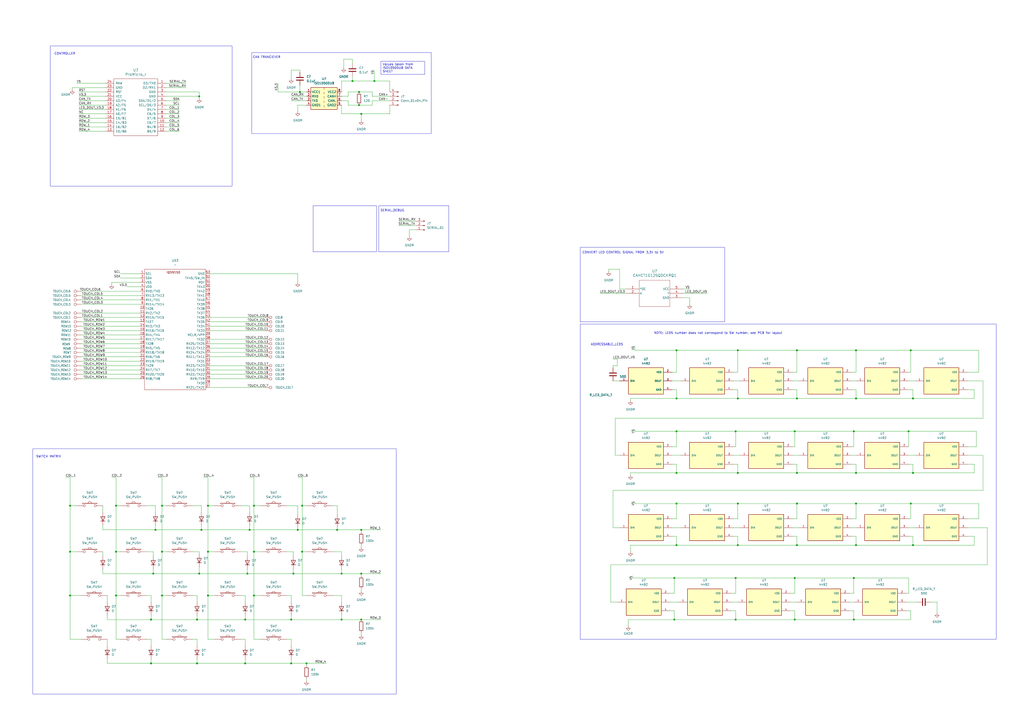
<source format=kicad_sch>
(kicad_sch (version 20250114) (generator "eeschema") (generator_version "9.0")
  (paper "A2")
  (lib_symbols
    (symbol "Connector:Conn_01x03_Pin" (pin_names (offset 1.016) (hide yes))
      (property "Reference" "J" (at 0 5.08 0))
      (property "Value" "Conn_01x03_Pin" (at 0 -5.08 0))
      (symbol "Conn_01x03_Pin_1_1"
        (pin passive line (at 5.08 2.54 180) (length 3.81) (name "Pin_1") (number "1"))
        (pin passive line (at 5.08 0 180) (length 3.81) (name "Pin_2") (number "2"))
        (pin passive line (at 5.08 -2.54 180) (length 3.81) (name "Pin_3") (number "3"))
      )
    )
    (symbol "Connector:Conn_01x04_Pin" (pin_names (offset 1.016) (hide yes))
      (property "Reference" "J" (at 0 5.08 0))
      (property "Value" "Conn_01x04_Pin" (at 0 -7.62 0))
      (symbol "Conn_01x04_Pin_1_1"
        (pin passive line (at 5.08 2.54 180) (length 3.81) (name "Pin_1") (number "1"))
        (pin passive line (at 5.08 0 180) (length 3.81) (name "Pin_2") (number "2"))
        (pin passive line (at 5.08 -2.54 180) (length 3.81) (name "Pin_3") (number "3"))
        (pin passive line (at 5.08 -5.08 180) (length 3.81) (name "Pin_4") (number "4"))
      )
    )
    (symbol "Connector:TestPoint" (pin_numbers (hide yes)) (pin_names (offset 0.762) (hide yes))
      (property "Reference" "TP" (at 0 6.858 0))
      (property "Value" "TestPoint" (at 0 5.08 0))
      (symbol "TestPoint_1_1"
        (pin passive line (at 0 0 90) (length 2.54) (name "1") (number "1"))
      )
    )
    (symbol "DEV-18288:4492" (pin_names (offset 1.016))
      (property "Reference" "U" (at -10.16 8.255 0))
      (property "Value" "4492" (at -10.16 -10.16 0))
      (symbol "4492_0_0"
        (pin input line (at -15.24 0 0) (length 5.08) (name "DIN") (number "1"))
        (pin power_in line (at 15.24 5.08 180) (length 5.08) (name "VDD") (number "2"))
        (pin output line (at 15.24 0 180) (length 5.08) (name "DOUT") (number "3"))
        (pin power_in line (at 15.24 -5.08 180) (length 5.08) (name "GND") (number "4"))
      )
    )
    (symbol "DEV-18288:CAHCT1G125QDCKRQ1" (pin_names (offset 0.254))
      (property "Reference" "U2" (at 27.94 10.16 0))
      (property "Value" "CAHCT1G125QDCKRQ1" (at 27.94 7.62 0))
      (symbol "CAHCT1G125QDCKRQ1_0_1"
        (pin input line (at 0 0 0) (length 7.62) (name "*OE") (number "1"))
        (pin input line (at 0 -2.54 0) (length 7.62) (name "A") (number "2"))
        (pin power_in line (at 33.02 0 180) (length 7.62) (name "VCC") (number "5"))
        (pin output line (at 33.02 -2.54 180) (length 7.62) (name "Y") (number "4"))
        (pin power_in line (at 33.02 -5.08 180) (length 7.62) (name "GND") (number "3"))
      )
    )
    (symbol "DEV-18288:IQS9150"
      (property "Reference" "U" (at -10.668 24.892 0))
      (symbol "IQS9150_1_1"
        (text "IQS9150" (at 4.064 21.082 0) (effects (font (size 1.27 1.27))))
        (pin bidirectional line (at -15.24 20.32 0) (length 2.54) (name "SCL") (number "1"))
        (pin bidirectional line (at -15.24 17.78 0) (length 2.54) (name "SDA") (number "2"))
        (pin power_in line (at -15.24 15.24 0) (length 2.54) (name "VSS") (number "3"))
        (pin power_in line (at -15.24 12.7 0) (length 2.54) (name "VDD") (number "4"))
        (pin bidirectional line (at -15.24 10.16 0) (length 2.54) (name "RX0/TX0") (number "6"))
        (pin bidirectional line (at -15.24 7.62 0) (length 2.54) (name "RX13/TX13") (number "7"))
        (pin bidirectional line (at -15.24 5.08 0) (length 2.54) (name "RX1/TX1") (number "8"))
        (pin bidirectional line (at -15.24 2.54 0) (length 2.54) (name "RX14/TX14") (number "9"))
        (pin output line (at -15.24 0 0) (length 2.54) (name "TX26") (number "10"))
        (pin bidirectional line (at -15.24 -2.54 0) (length 2.54) (name "RX2/TX2") (number "11"))
        (pin bidirectional line (at -15.24 -5.08 0) (length 2.54) (name "RX15/TX15") (number "12"))
        (pin output line (at -15.24 -7.62 0) (length 2.54) (name "TX27") (number "13"))
        (pin bidirectional line (at -15.24 -10.16 0) (length 2.54) (name "RX3/TX3") (number "14"))
        (pin bidirectional line (at -15.24 -12.7 0) (length 2.54) (name "RX16/TX16") (number "15"))
        (pin bidirectional line (at -15.24 -15.24 0) (length 2.54) (name "RX4/TX4") (number "16"))
        (pin bidirectional line (at -15.24 -17.78 0) (length 2.54) (name "RX17/TX17") (number "17"))
        (pin output line (at -15.24 -20.32 0) (length 2.54) (name "TX28") (number "18"))
        (pin bidirectional line (at -15.24 -22.86 0) (length 2.54) (name "RX5/TX5") (number "19"))
        (pin bidirectional line (at -15.24 -25.4 0) (length 2.54) (name "RX18/TX18") (number "20"))
        (pin bidirectional line (at -15.24 -27.94 0) (length 2.54) (name "RX6/TX6") (number "21"))
        (pin bidirectional line (at -15.24 -30.48 0) (length 2.54) (name "RX19/TX19") (number "22"))
        (pin output line (at -15.24 -33.02 0) (length 2.54) (name "TX29") (number "23"))
        (pin bidirectional line (at -15.24 -35.56 0) (length 2.54) (name "RX7/TX7") (number "24"))
        (pin bidirectional line (at -15.24 -38.1 0) (length 2.54) (name "RX20/TX20") (number "25"))
        (pin bidirectional line (at -15.24 -40.64 0) (length 2.54) (name "RX8/TX8") (number "26"))
        (pin power_in line (at 25.4 20.32 180) (length 2.54) (name "GND") (number "53"))
        (pin bidirectional line (at 25.4 17.78 180) (length 2.54) (name "TX45/SW_IN") (number "52"))
        (pin output line (at 25.4 15.24 180) (length 2.54) (name "RDY") (number "51"))
        (pin output line (at 25.4 12.7 180) (length 2.54) (name "TX43") (number "50"))
        (pin output line (at 25.4 10.16 180) (length 2.54) (name "TX42") (number "49"))
        (pin output line (at 25.4 7.62 180) (length 2.54) (name "TX41") (number "48"))
        (pin output line (at 25.4 5.08 180) (length 2.54) (name "TX40") (number "47"))
        (pin output line (at 25.4 2.54 180) (length 2.54) (name "TX39") (number "46"))
        (pin output line (at 25.4 0 180) (length 2.54) (name "TX38") (number "45"))
        (pin output line (at 25.4 -2.54 180) (length 2.54) (name "TX37") (number "44"))
        (pin output line (at 25.4 -5.08 180) (length 2.54) (name "TX36") (number "43"))
        (pin output line (at 25.4 -7.62 180) (length 2.54) (name "TX35") (number "42"))
        (pin output line (at 25.4 -10.16 180) (length 2.54) (name "TX34") (number "41"))
        (pin output line (at 25.4 -12.7 180) (length 2.54) (name "TX33") (number "40"))
        (pin bidirectional line (at 25.4 -15.24 180) (length 2.54) (name "MCLR/VPP") (number "39"))
        (pin output line (at 25.4 -17.78 180) (length 2.54) (name "TX32") (number "38"))
        (pin bidirectional line (at 25.4 -20.32 180) (length 2.54) (name "RX25/TX25") (number "37"))
        (pin bidirectional line (at 25.4 -22.86 180) (length 2.54) (name "RX12/TX12") (number "36"))
        (pin bidirectional line (at 25.4 -25.4 180) (length 2.54) (name "RX24/TX24") (number "35"))
        (pin bidirectional line (at 25.4 -27.94 180) (length 2.54) (name "RX11/TX11") (number "34"))
        (pin output line (at 25.4 -30.48 180) (length 2.54) (name "TX31") (number "33"))
        (pin bidirectional line (at 25.4 -33.02 180) (length 2.54) (name "RX23/TX23") (number "32"))
        (pin bidirectional line (at 25.4 -35.56 180) (length 2.54) (name "RX10/TX10") (number "31"))
        (pin bidirectional line (at 25.4 -38.1 180) (length 2.54) (name "RX22/TX22") (number "30"))
        (pin bidirectional line (at 25.4 -40.64 180) (length 2.54) (name "RX9/TX9") (number "29"))
        (pin output line (at 25.4 -43.18 180) (length 2.54) (name "TX30") (number "28"))
        (pin bidirectional line (at 25.4 -45.72 180) (length 2.54) (name "RX21/TX21") (number "27"))
      )
    )
    (symbol "Device:C" (pin_numbers (hide yes)) (pin_names (offset 0.254))
      (property "Reference" "C" (at 0.635 2.54 0))
      (property "Value" "C" (at 0.635 -2.54 0))
      (symbol "C_1_1"
        (pin passive line (at 0 3.81 270) (length 2.794) (name "~") (number "1"))
        (pin passive line (at 0 -3.81 90) (length 2.794) (name "~") (number "2"))
      )
    )
    (symbol "Device:D" (pin_numbers (hide yes)) (pin_names (offset 1.016) (hide yes))
      (property "Reference" "D" (at 0 2.54 0))
      (property "Value" "D" (at 0 -2.54 0))
      (symbol "D_1_1"
        (pin passive line (at -3.81 0 0) (length 2.54) (name "K") (number "1"))
        (pin passive line (at 3.81 0 180) (length 2.54) (name "A") (number "2"))
      )
    )
    (symbol "Device:R" (pin_numbers (hide yes)) (pin_names (offset 0))
      (property "Reference" "R" (at 2.032 0 90))
      (property "Value" "R" (at 0 0 90))
      (symbol "R_1_1"
        (pin passive line (at 0 3.81 270) (length 1.27) (name "~") (number "1"))
        (pin passive line (at 0 -3.81 90) (length 1.27) (name "~") (number "2"))
      )
    )
    (symbol "Interface_CAN_LIN:ISO1050DUB"
      (property "Reference" "U" (at -6.35 6.35 0))
      (property "Value" "ISO1050DUB" (at 2.54 6.35 0))
      (symbol "ISO1050DUB_1_1"
        (pin power_in line (at -10.16 2.54 0) (length 2.54) (name "VCC1") (number "1"))
        (pin output line (at -10.16 0 0) (length 2.54) (name "RXD") (number "2"))
        (pin input line (at -10.16 -2.54 0) (length 2.54) (name "TXD") (number "3"))
        (pin power_in line (at -10.16 -5.08 0) (length 2.54) (name "GND1") (number "4"))
        (pin power_in line (at 10.16 2.54 180) (length 2.54) (name "VCC2") (number "8"))
        (pin bidirectional line (at 10.16 0 180) (length 2.54) (name "CANH") (number "7"))
        (pin bidirectional line (at 10.16 -2.54 180) (length 2.54) (name "CANL") (number "6"))
        (pin power_in line (at 10.16 -5.08 180) (length 2.54) (name "GND2") (number "5"))
      )
    )
    (symbol "kbd:GNDR" (power) (pin_names (offset 0))
      (property "Value" "GNDR" (at 0 -3.81 0))
      (symbol "GNDR_1_1"
        (pin power_in line (at 0 0 270) (length 0) (hide yes) (name "GNDR") (number "1"))
      )
    )
    (symbol "kbd:ProMicro_r" (pin_names (offset 1.016))
      (property "Reference" "U" (at 1.27 22.86 0))
      (property "Value" "ProMicro_r" (at 1.27 -15.24 0))
      (symbol "ProMicro_r_1_1"
        (pin power_out line (at -16.51 17.78 0) (length 5.08) (name "RAW") (number "24"))
        (pin power_in line (at -16.51 15.24 0) (length 5.08) (name "GND") (number "23"))
        (pin input line (at -16.51 12.7 0) (length 5.08) (name "RST") (number "22"))
        (pin power_in line (at -16.51 10.16 0) (length 5.08) (name "VCC") (number "21"))
        (pin bidirectional line (at -16.51 7.62 0) (length 5.08) (name "A3/F4") (number "20"))
        (pin bidirectional line (at -16.51 5.08 0) (length 5.08) (name "A2/F5") (number "19"))
        (pin bidirectional line (at -16.51 2.54 0) (length 5.08) (name "A1/F6") (number "18"))
        (pin bidirectional line (at -16.51 0 0) (length 5.08) (name "A0/F7") (number "17"))
        (pin bidirectional line (at -16.51 -2.54 0) (length 5.08) (name "15/B1") (number "16"))
        (pin bidirectional line (at -16.51 -5.08 0) (length 5.08) (name "14/B3") (number "15"))
        (pin bidirectional line (at -16.51 -7.62 0) (length 5.08) (name "16/B2") (number "14"))
        (pin bidirectional line (at -16.51 -10.16 0) (length 5.08) (name "10/B6") (number "13"))
        (pin bidirectional line (at 19.05 17.78 180) (length 5.08) (name "D3/TX0") (number "1"))
        (pin bidirectional line (at 19.05 15.24 180) (length 5.08) (name "D2/RX1") (number "2"))
        (pin power_in line (at 19.05 12.7 180) (length 5.08) (name "GND") (number "3"))
        (pin power_in line (at 19.05 10.16 180) (length 5.08) (name "GND") (number "4"))
        (pin bidirectional line (at 19.05 7.62 180) (length 5.08) (name "SDA/D1/2") (number "5"))
        (pin bidirectional line (at 19.05 5.08 180) (length 5.08) (name "SCL/D0/3") (number "6"))
        (pin bidirectional line (at 19.05 2.54 180) (length 5.08) (name "D4/4") (number "7"))
        (pin bidirectional line (at 19.05 0 180) (length 5.08) (name "C6/5") (number "8"))
        (pin bidirectional line (at 19.05 -2.54 180) (length 5.08) (name "D7/6") (number "9"))
        (pin bidirectional line (at 19.05 -5.08 180) (length 5.08) (name "E6/7") (number "10"))
        (pin bidirectional line (at 19.05 -7.62 180) (length 5.08) (name "B4/8") (number "11"))
        (pin bidirectional line (at 19.05 -10.16 180) (length 5.08) (name "B5/9") (number "12"))
      )
    )
    (symbol "kbd:SW_PUSH" (pin_numbers (hide yes)) (pin_names (offset 1.016) (hide yes))
      (property "Reference" "SW" (at 3.81 2.794 0))
      (property "Value" "SW_PUSH" (at 0 -2.032 0))
      (symbol "SW_PUSH_0_1"
        (pin passive inverted (at -7.62 0 0) (length 5.08) (name "1") (number "1"))
        (pin passive inverted (at 7.62 0 180) (length 5.08) (name "2") (number "2"))
      )
    )
  )
  (rectangle (start 219.71 119.38) (end 260.35 146.05))
  (rectangle (start 336.55 143.51) (end 420.37 186.69))
  (rectangle (start 146.05 30.48) (end 250.19 77.47))
  (rectangle (start 29.21 26.67) (end 134.62 107.95))
  (rectangle (start 336.55 187.96) (end 577.85 370.84))
  (rectangle (start 181.61 119.38) (end 218.44 146.05))
  (rectangle (start 19.05 260.35) (end 229.87 402.59))
  (text "SERIAL_DEBUG" (at 227.584 122.174 0) (effects (font (size 1.27 1.27))))
  (text "CONVERT LED CONTROL SIGNAL FROM 3.3V to 5V\n" (at 361.442 146.558 0) (effects (font (size 1.27 1.27))))
  (text "CAN TRANCIEVER" (at 154.686 33.274 0) (effects (font (size 1.27 1.27))))
  (text "SWITCH MATRIX\n" (at 28.194 264.922 0) (effects (font (size 1.27 1.27))))
  (text "ADDRESSABLE_LEDS" (at 352.044 199.898 0) (effects (font (size 1.27 1.27))))
  (text "CONTROLLER" (at 37.592 31.242 0) (effects (font (size 1.27 1.27))))
  (text "NOTE: LEDS number does not correspond to SW number, see PCB for layout" (at 416.56 193.294 0) (effects (font (size 1.27 1.27))))
  (text_box "Values taken from ISO1050DUB DATA SHEET\n" (at 220.98 35.56 0) (size 25.4 7.62) (margins 0.9525 0.9525 0.9525 0.9525) (effects (font (size 1.27 1.27)) (justify left top)))
  (junction (at 529.59 316.23))
  (junction (at 93.98 320.04))
  (junction (at 461.01 250.19))
  (junction (at 114.3 384.81))
  (junction (at 142.24 384.81))
  (junction (at 175.26 320.04))
  (junction (at 67.31 320.04))
  (junction (at 495.3 335.28))
  (junction (at 87.63 359.41))
  (junction (at 495.3 359.41))
  (junction (at 120.65 345.44))
  (junction (at 427.99 316.23))
  (junction (at 392.43 292.1))
  (junction (at 528.32 203.2))
  (junction (at 40.64 345.44))
  (junction (at 209.55 307.34))
  (junction (at 144.78 307.34))
  (junction (at 529.59 274.32))
  (junction (at 462.28 292.1))
  (junction (at 496.57 274.32))
  (junction (at 87.63 384.81))
  (junction (at 177.8 384.81))
  (junction (at 427.99 274.32))
  (junction (at 198.12 359.41))
  (junction (at 115.57 332.74))
  (junction (at 461.01 335.28))
  (junction (at 392.43 203.2))
  (junction (at 208.28 60.96))
  (junction (at 120.65 320.04))
  (junction (at 40.64 320.04))
  (junction (at 175.26 293.37))
  (junction (at 93.98 293.37))
  (junction (at 496.57 292.1))
  (junction (at 114.3 359.41))
  (junction (at 392.43 316.23))
  (junction (at 115.57 55.88))
  (junction (at 391.16 335.28))
  (junction (at 462.28 274.32))
  (junction (at 461.01 359.41))
  (junction (at 195.58 307.34))
  (junction (at 172.72 307.34))
  (junction (at 209.55 332.74))
  (junction (at 392.43 250.19))
  (junction (at 142.24 359.41))
  (junction (at 90.17 307.34))
  (junction (at 496.57 231.14))
  (junction (at 462.28 231.14))
  (junction (at 208.28 53.34))
  (junction (at 426.72 335.28))
  (junction (at 147.32 293.37))
  (junction (at 204.47 46.99))
  (junction (at 209.55 66.04))
  (junction (at 198.12 332.74))
  (junction (at 88.9 332.74))
  (junction (at 217.17 46.99))
  (junction (at 170.18 332.74))
  (junction (at 67.31 345.44))
  (junction (at 426.72 359.41))
  (junction (at 462.28 203.2))
  (junction (at 147.32 320.04))
  (junction (at 147.32 345.44))
  (junction (at 93.98 345.44))
  (junction (at 209.55 359.41))
  (junction (at 427.99 203.2))
  (junction (at 426.72 250.19))
  (junction (at 173.99 53.34))
  (junction (at 168.91 359.41))
  (junction (at 392.43 231.14))
  (junction (at 391.16 359.41))
  (junction (at 462.28 316.23))
  (junction (at 427.99 231.14))
  (junction (at 40.64 293.37))
  (junction (at 527.05 250.19))
  (junction (at 392.43 274.32))
  (junction (at 143.51 332.74))
  (junction (at 427.99 292.1))
  (junction (at 67.31 293.37))
  (junction (at 528.32 292.1))
  (junction (at 496.57 203.2))
  (junction (at 495.3 250.19))
  (junction (at 529.59 231.14))
  (junction (at 496.57 316.23))
  (junction (at 168.91 384.81))
  (junction (at 120.65 293.37))
  (junction (at 116.84 307.34))
  (wire (pts (xy 45.72 66.04) (xy 60.96 66.04)))
  (wire (pts (xy 93.98 320.04) (xy 93.98 345.44)))
  (wire (pts (xy 425.45 259.08) (xy 426.72 259.08)))
  (wire (pts (xy 354.33 327.66) (xy 354.33 349.25)))
  (wire (pts (xy 462.28 274.32) (xy 462.28 269.24)))
  (wire (pts (xy 459.74 220.98) (xy 463.55 220.98)))
  (wire (pts (xy 392.43 316.23) (xy 427.99 316.23)))
  (wire (pts (xy 570.23 284.48) (xy 355.6 284.48)))
  (wire (pts (xy 396.24 170.18) (xy 410.21 170.18)))
  (wire (pts (xy 120.65 276.86) (xy 120.65 293.37)))
  (wire (pts (xy 459.74 264.16) (xy 463.55 264.16)))
  (wire (pts (xy 566.42 259.08) (xy 561.34 259.08)))
  (wire (pts (xy 40.64 370.84) (xy 46.99 370.84)))
  (wire (pts (xy 527.05 250.19) (xy 527.05 259.08)))
  (wire (pts (xy 177.8 60.96) (xy 172.72 60.96)))
  (wire (pts (xy 527.05 215.9) (xy 528.32 215.9)))
  (wire (pts (xy 209.55 66.04) (xy 209.55 69.85)))
  (wire (pts (xy 528.32 292.1) (xy 567.69 292.1)))
  (wire (pts (xy 90.17 293.37) (xy 90.17 297.18)))
  (wire (pts (xy 209.55 307.34) (xy 220.98 307.34)))
  (wire (pts (xy 46.99 168.91) (xy 81.28 168.91)))
  (wire (pts (xy 67.31 320.04) (xy 67.31 345.44)))
  (wire (pts (xy 116.84 293.37) (xy 116.84 297.18)))
  (wire (pts (xy 570.23 220.98) (xy 570.23 242.57)))
  (wire (pts (xy 168.91 58.42) (xy 177.8 58.42)))
  (wire (pts (xy 45.72 68.58) (xy 60.96 68.58)))
  (wire (pts (xy 115.57 320.04) (xy 115.57 321.31)))
  (wire (pts (xy 111.76 370.84) (xy 114.3 370.84)))
  (wire (pts (xy 462.28 231.14) (xy 496.57 231.14)))
  (wire (pts (xy 46.99 219.71) (xy 81.28 219.71)))
  (wire (pts (xy 116.84 307.34) (xy 144.78 307.34)))
  (wire (pts (xy 368.3 290.83) (xy 368.3 292.1)))
  (wire (pts (xy 62.23 374.65) (xy 62.23 370.84)))
  (wire (pts (xy 209.55 334.01) (xy 209.55 332.74)))
  (wire (pts (xy 195.58 293.37) (xy 193.04 293.37)))
  (wire (pts (xy 495.3 359.41) (xy 528.32 359.41)))
  (wire (pts (xy 391.16 335.28) (xy 426.72 335.28)))
  (wire (pts (xy 462.28 226.06) (xy 459.74 226.06)))
  (wire (pts (xy 462.28 231.14) (xy 462.28 226.06)))
  (wire (pts (xy 396.24 172.72) (xy 400.05 172.72)))
  (wire (pts (xy 46.99 214.63) (xy 81.28 214.63)))
  (wire (pts (xy 87.63 359.41) (xy 114.3 359.41)))
  (wire (pts (xy 139.7 345.44) (xy 142.24 345.44)))
  (wire (pts (xy 425.45 215.9) (xy 427.99 215.9)))
  (wire (pts (xy 392.43 311.15) (xy 389.89 311.15)))
  (wire (pts (xy 201.93 60.96) (xy 208.28 60.96)))
  (wire (pts (xy 495.3 250.19) (xy 527.05 250.19)))
  (wire (pts (xy 396.24 167.64) (xy 400.05 167.64)))
  (wire (pts (xy 392.43 226.06) (xy 389.89 226.06)))
  (wire (pts (xy 93.98 320.04) (xy 96.52 320.04)))
  (wire (pts (xy 529.59 231.14) (xy 529.59 226.06)))
  (wire (pts (xy 529.59 316.23) (xy 529.59 311.15)))
  (wire (pts (xy 528.32 203.2) (xy 528.32 215.9)))
  (wire (pts (xy 198.12 322.58) (xy 198.12 320.04)))
  (wire (pts (xy 93.98 370.84) (xy 96.52 370.84)))
  (wire (pts (xy 458.47 349.25) (xy 462.28 349.25)))
  (wire (pts (xy 215.9 58.42) (xy 226.06 58.42)))
  (wire (pts (xy 231.14 128.27) (xy 241.3 128.27)))
  (wire (pts (xy 392.43 203.2) (xy 427.99 203.2)))
  (wire (pts (xy 46.99 186.69) (xy 81.28 186.69)))
  (wire (pts (xy 198.12 55.88) (xy 201.93 55.88)))
  (wire (pts (xy 40.64 320.04) (xy 44.45 320.04)))
  (wire (pts (xy 172.72 60.96) (xy 172.72 64.77)))
  (wire (pts (xy 368.3 250.19) (xy 392.43 250.19)))
  (wire (pts (xy 40.64 345.44) (xy 40.64 370.84)))
  (wire (pts (xy 46.99 209.55) (xy 81.28 209.55)))
  (wire (pts (xy 142.24 370.84) (xy 142.24 374.65)))
  (wire (pts (xy 91.44 276.86) (xy 93.98 276.86)))
  (wire (pts (xy 67.31 276.86) (xy 67.31 293.37)))
  (wire (pts (xy 461.01 335.28) (xy 461.01 344.17)))
  (wire (pts (xy 40.64 320.04) (xy 40.64 345.44)))
  (wire (pts (xy 142.24 356.87) (xy 142.24 359.41)))
  (wire (pts (xy 199.39 34.29) (xy 199.39 39.37)))
  (wire (pts (xy 565.15 316.23) (xy 565.15 311.15)))
  (wire (pts (xy 426.72 250.19) (xy 461.01 250.19)))
  (wire (pts (xy 217.17 46.99) (xy 226.06 46.99)))
  (wire (pts (xy 198.12 66.04) (xy 198.12 60.96)))
  (wire (pts (xy 67.31 320.04) (xy 69.85 320.04)))
  (wire (pts (xy 67.31 370.84) (xy 69.85 370.84)))
  (wire (pts (xy 492.76 344.17) (xy 495.3 344.17)))
  (wire (pts (xy 90.17 307.34) (xy 116.84 307.34)))
  (wire (pts (xy 426.72 359.41) (xy 426.72 354.33)))
  (wire (pts (xy 96.52 71.12) (xy 104.14 71.12)))
  (wire (pts (xy 173.99 41.91) (xy 173.99 40.64)))
  (wire (pts (xy 427.99 226.06) (xy 425.45 226.06)))
  (wire (pts (xy 529.59 316.23) (xy 565.15 316.23)))
  (wire (pts (xy 115.57 57.15) (xy 115.57 55.88)))
  (wire (pts (xy 121.92 224.79) (xy 153.67 224.79)))
  (wire (pts (xy 198.12 345.44) (xy 193.04 345.44)))
  (wire (pts (xy 462.28 203.2) (xy 496.57 203.2)))
  (wire (pts (xy 427.99 231.14) (xy 427.99 226.06)))
  (wire (pts (xy 87.63 356.87) (xy 87.63 359.41)))
  (wire (pts (xy 166.37 320.04) (xy 170.18 320.04)))
  (wire (pts (xy 389.89 215.9) (xy 392.43 215.9)))
  (wire (pts (xy 461.01 335.28) (xy 495.3 335.28)))
  (wire (pts (xy 195.58 298.45) (xy 195.58 293.37)))
  (wire (pts (xy 46.99 173.99) (xy 81.28 173.99)))
  (wire (pts (xy 241.3 133.35) (xy 237.49 133.35)))
  (wire (pts (xy 177.8 393.7) (xy 177.8 394.97)))
  (wire (pts (xy 204.47 46.99) (xy 217.17 46.99)))
  (wire (pts (xy 144.78 307.34) (xy 172.72 307.34)))
  (wire (pts (xy 462.28 316.23) (xy 462.28 311.15)))
  (wire (pts (xy 368.3 203.2) (xy 392.43 203.2)))
  (wire (pts (xy 38.1 276.86) (xy 40.64 276.86)))
  (wire (pts (xy 46.99 217.17) (xy 81.28 217.17)))
  (wire (pts (xy 198.12 46.99) (xy 198.12 53.34)))
  (wire (pts (xy 495.3 354.33) (xy 492.76 354.33)))
  (wire (pts (xy 461.01 359.41) (xy 495.3 359.41)))
  (wire (pts (xy 177.8 53.34) (xy 173.99 53.34)))
  (wire (pts (xy 59.69 293.37) (xy 59.69 297.18)))
  (wire (pts (xy 142.24 345.44) (xy 142.24 349.25)))
  (wire (pts (xy 208.28 53.34) (xy 215.9 53.34)))
  (wire (pts (xy 198.12 46.99) (xy 204.47 46.99)))
  (wire (pts (xy 567.69 300.99) (xy 561.34 300.99)))
  (wire (pts (xy 147.32 345.44) (xy 151.13 345.44)))
  (wire (pts (xy 59.69 320.04) (xy 59.69 322.58)))
  (wire (pts (xy 147.32 320.04) (xy 151.13 320.04)))
  (wire (pts (xy 118.11 276.86) (xy 120.65 276.86)))
  (wire (pts (xy 67.31 345.44) (xy 67.31 370.84)))
  (wire (pts (xy 46.99 201.93) (xy 81.28 201.93)))
  (wire (pts (xy 209.55 332.74) (xy 220.98 332.74)))
  (wire (pts (xy 198.12 349.25) (xy 198.12 345.44)))
  (wire (pts (xy 46.99 194.31) (xy 81.28 194.31)))
  (wire (pts (xy 458.47 344.17) (xy 461.01 344.17)))
  (wire (pts (xy 142.24 384.81) (xy 168.91 384.81)))
  (wire (pts (xy 359.41 167.64) (xy 359.41 156.21)))
  (wire (pts (xy 198.12 332.74) (xy 209.55 332.74)))
  (wire (pts (xy 121.92 217.17) (xy 153.67 217.17)))
  (wire (pts (xy 495.3 344.17) (xy 495.3 335.28)))
  (wire (pts (xy 572.77 327.66) (xy 354.33 327.66)))
  (wire (pts (xy 462.28 311.15) (xy 459.74 311.15)))
  (wire (pts (xy 495.3 259.08) (xy 495.3 250.19)))
  (wire (pts (xy 87.63 345.44) (xy 87.63 349.25)))
  (wire (pts (xy 198.12 332.74) (xy 198.12 330.2)))
  (wire (pts (xy 93.98 276.86) (xy 93.98 293.37)))
  (wire (pts (xy 121.92 189.23) (xy 153.67 189.23)))
  (wire (pts (xy 90.17 304.8) (xy 90.17 307.34)))
  (wire (pts (xy 529.59 269.24) (xy 527.05 269.24)))
  (wire (pts (xy 62.23 384.81) (xy 62.23 382.27)))
  (wire (pts (xy 389.89 306.07) (xy 394.97 306.07)))
  (wire (pts (xy 492.76 349.25) (xy 495.3 349.25)))
  (wire (pts (xy 45.72 73.66) (xy 60.96 73.66)))
  (wire (pts (xy 59.69 304.8) (xy 59.69 307.34)))
  (wire (pts (xy 193.04 320.04) (xy 198.12 320.04)))
  (wire (pts (xy 175.26 293.37) (xy 175.26 320.04)))
  (wire (pts (xy 175.26 293.37) (xy 177.8 293.37)))
  (wire (pts (xy 168.91 345.44) (xy 168.91 349.25)))
  (wire (pts (xy 85.09 293.37) (xy 90.17 293.37)))
  (wire (pts (xy 496.57 215.9) (xy 496.57 203.2)))
  (wire (pts (xy 567.69 215.9) (xy 561.34 215.9)))
  (wire (pts (xy 121.92 186.69) (xy 153.67 186.69)))
  (wire (pts (xy 147.32 293.37) (xy 151.13 293.37)))
  (wire (pts (xy 226.06 46.99) (xy 226.06 53.34)))
  (wire (pts (xy 359.41 156.21) (xy 353.06 156.21)))
  (wire (pts (xy 529.59 226.06) (xy 527.05 226.06)))
  (wire (pts (xy 120.65 345.44) (xy 124.46 345.44)))
  (wire (pts (xy 527.05 220.98) (xy 530.86 220.98)))
  (wire (pts (xy 168.91 382.27) (xy 168.91 384.81)))
  (wire (pts (xy 121.92 204.47) (xy 153.67 204.47)))
  (wire (pts (xy 114.3 370.84) (xy 114.3 374.65)))
  (wire (pts (xy 355.6 220.98) (xy 359.41 220.98)))
  (wire (pts (xy 172.72 293.37) (xy 172.72 298.45)))
  (wire (pts (xy 46.99 199.39) (xy 81.28 199.39)))
  (wire (pts (xy 209.55 359.41) (xy 220.98 359.41)))
  (wire (pts (xy 147.32 320.04) (xy 147.32 345.44)))
  (wire (pts (xy 59.69 332.74) (xy 88.9 332.74)))
  (wire (pts (xy 64.77 163.83) (xy 64.77 165.1)))
  (wire (pts (xy 111.76 320.04) (xy 115.57 320.04)))
  (wire (pts (xy 363.22 167.64) (xy 359.41 167.64)))
  (wire (pts (xy 565.15 274.32) (xy 565.15 269.24)))
  (wire (pts (xy 172.72 276.86) (xy 175.26 276.86)))
  (wire (pts (xy 496.57 203.2) (xy 528.32 203.2)))
  (wire (pts (xy 115.57 53.34) (xy 115.57 55.88)))
  (wire (pts (xy 565.15 226.06) (xy 561.34 226.06)))
  (wire (pts (xy 40.64 293.37) (xy 40.64 320.04)))
  (wire (pts (xy 462.28 274.32) (xy 496.57 274.32)))
  (wire (pts (xy 462.28 292.1) (xy 496.57 292.1)))
  (wire (pts (xy 365.76 232.41) (xy 365.76 231.14)))
  (wire (pts (xy 237.49 133.35) (xy 237.49 137.16)))
  (wire (pts (xy 459.74 300.99) (xy 462.28 300.99)))
  (wire (pts (xy 392.43 316.23) (xy 392.43 311.15)))
  (wire (pts (xy 46.99 212.09) (xy 81.28 212.09)))
  (wire (pts (xy 425.45 220.98) (xy 429.26 220.98)))
  (wire (pts (xy 170.18 330.1507) (xy 170.18 332.74)))
  (wire (pts (xy 45.72 60.96) (xy 60.96 60.96)))
  (wire (pts (xy 529.59 231.14) (xy 565.15 231.14)))
  (wire (pts (xy 368.3 248.92) (xy 368.3 250.19)))
  (wire (pts (xy 365.76 231.14) (xy 392.43 231.14)))
  (wire (pts (xy 73.66 166.37) (xy 81.28 166.37)))
  (wire (pts (xy 120.65 370.84) (xy 124.46 370.84)))
  (wire (pts (xy 59.69 307.34) (xy 90.17 307.34)))
  (wire (pts (xy 392.43 250.19) (xy 426.72 250.19)))
  (wire (pts (xy 392.43 269.24) (xy 389.89 269.24)))
  (wire (pts (xy 144.78 304.8) (xy 144.78 307.34)))
  (wire (pts (xy 121.92 207.01) (xy 153.67 207.01)))
  (wire (pts (xy 198.12 58.42) (xy 201.93 58.42)))
  (wire (pts (xy 114.3 345.44) (xy 114.3 349.25)))
  (wire (pts (xy 121.92 212.09) (xy 153.67 212.09)))
  (wire (pts (xy 173.99 53.34) (xy 161.29 53.34)))
  (wire (pts (xy 142.24 359.41) (xy 168.91 359.41)))
  (wire (pts (xy 570.23 242.57) (xy 356.87 242.57)))
  (wire (pts (xy 389.89 264.16) (xy 394.97 264.16)))
  (wire (pts (xy 139.7 320.04) (xy 143.51 320.04)))
  (wire (pts (xy 121.92 184.15) (xy 153.67 184.15)))
  (wire (pts (xy 139.7 370.84) (xy 142.24 370.84)))
  (wire (pts (xy 168.91 356.87) (xy 168.91 359.41)))
  (wire (pts (xy 226.06 66.04) (xy 226.06 60.96)))
  (wire (pts (xy 120.65 293.37) (xy 120.65 320.04)))
  (wire (pts (xy 177.8 384.81) (xy 189.23 384.81)))
  (wire (pts (xy 201.93 58.42) (xy 201.93 60.96)))
  (wire (pts (xy 426.72 354.33) (xy 424.18 354.33)))
  (wire (pts (xy 40.64 345.44) (xy 46.99 345.44)))
  (wire (pts (xy 427.99 316.23) (xy 462.28 316.23)))
  (wire (pts (xy 204.47 44.45) (xy 204.47 46.99)))
  (wire (pts (xy 170.18 320.04) (xy 170.18 322.5307)))
  (wire (pts (xy 143.51 320.04) (xy 143.51 322.58)))
  (wire (pts (xy 427.99 292.1) (xy 462.28 292.1)))
  (wire (pts (xy 87.63 382.27) (xy 87.63 384.81)))
  (wire (pts (xy 494.03 259.08) (xy 495.3 259.08)))
  (wire (pts (xy 367.03 335.28) (xy 391.16 335.28)))
  (wire (pts (xy 425.45 306.07) (xy 429.26 306.07)))
  (wire (pts (xy 44.45 48.26) (xy 60.96 48.26)))
  (wire (pts (xy 567.69 292.1) (xy 567.69 300.99)))
  (wire (pts (xy 427.99 274.32) (xy 427.99 269.24)))
  (wire (pts (xy 147.32 370.84) (xy 151.13 370.84)))
  (wire (pts (xy 392.43 274.32) (xy 427.99 274.32)))
  (wire (pts (xy 494.03 220.98) (xy 496.57 220.98)))
  (wire (pts (xy 116.84 304.8) (xy 116.84 307.34)))
  (wire (pts (xy 427.99 292.1) (xy 427.99 300.99)))
  (wire (pts (xy 195.58 307.34) (xy 195.58 306.07)))
  (wire (pts (xy 85.09 320.04) (xy 88.9 320.04)))
  (wire (pts (xy 527.05 264.16) (xy 530.86 264.16)))
  (wire (pts (xy 45.72 76.2) (xy 60.96 76.2)))
  (wire (pts (xy 358.14 208.28) (xy 358.14 212.09)))
  (wire (pts (xy 400.05 172.72) (xy 400.05 176.53)))
  (wire (pts (xy 561.34 306.07) (xy 572.77 306.07)))
  (wire (pts (xy 172.72 307.34) (xy 195.58 307.34)))
  (wire (pts (xy 459.74 306.07) (xy 463.55 306.07)))
  (wire (pts (xy 368.3 292.1) (xy 392.43 292.1)))
  (wire (pts (xy 208.28 60.96) (xy 215.9 60.96)))
  (wire (pts (xy 566.42 250.19) (xy 566.42 259.08)))
  (wire (pts (xy 425.45 300.99) (xy 427.99 300.99)))
  (wire (pts (xy 496.57 231.14) (xy 496.57 226.06)))
  (wire (pts (xy 87.63 370.84) (xy 87.63 374.65)))
  (wire (pts (xy 147.32 276.86) (xy 147.32 293.37)))
  (wire (pts (xy 528.32 354.33) (xy 525.78 354.33)))
  (wire (pts (xy 527.05 250.19) (xy 566.42 250.19)))
  (wire (pts (xy 525.78 344.17) (xy 527.05 344.17)))
  (wire (pts (xy 172.72 158.75) (xy 172.72 163.83)))
  (wire (pts (xy 217.17 40.64) (xy 217.17 46.99)))
  (wire (pts (xy 572.77 306.07) (xy 572.77 327.66)))
  (wire (pts (xy 143.51 332.74) (xy 170.18 332.74)))
  (wire (pts (xy 168.91 55.88) (xy 177.8 55.88)))
  (wire (pts (xy 462.28 269.24) (xy 459.74 269.24)))
  (wire (pts (xy 496.57 231.14) (xy 529.59 231.14)))
  (wire (pts (xy 198.12 359.41) (xy 209.55 359.41)))
  (wire (pts (xy 62.23 349.25) (xy 62.23 345.44)))
  (wire (pts (xy 41.91 50.8) (xy 60.96 50.8)))
  (wire (pts (xy 96.52 58.42) (xy 104.14 58.42)))
  (wire (pts (xy 168.91 370.84) (xy 168.91 374.65)))
  (wire (pts (xy 62.23 359.41) (xy 87.63 359.41)))
  (wire (pts (xy 177.8 386.08) (xy 177.8 384.81)))
  (wire (pts (xy 143.51 330.2) (xy 143.51 332.74)))
  (wire (pts (xy 170.18 332.74) (xy 198.12 332.74)))
  (wire (pts (xy 96.52 66.04) (xy 104.14 66.04)))
  (wire (pts (xy 496.57 311.15) (xy 494.03 311.15)))
  (wire (pts (xy 389.89 259.08) (xy 392.43 259.08)))
  (wire (pts (xy 81.28 184.15) (xy 46.99 184.15)))
  (wire (pts (xy 46.99 176.53) (xy 81.28 176.53)))
  (wire (pts (xy 172.72 306.07) (xy 172.72 307.34)))
  (wire (pts (xy 195.58 307.34) (xy 209.55 307.34)))
  (wire (pts (xy 496.57 269.24) (xy 494.03 269.24)))
  (wire (pts (xy 367.03 334.01) (xy 367.03 335.28)))
  (wire (pts (xy 459.74 215.9) (xy 462.28 215.9)))
  (wire (pts (xy 114.3 382.27) (xy 114.3 384.81)))
  (wire (pts (xy 96.52 73.66) (xy 104.14 73.66)))
  (wire (pts (xy 525.78 349.25) (xy 532.13 349.25)))
  (wire (pts (xy 209.55 308.61) (xy 209.55 307.34)))
  (wire (pts (xy 347.98 170.18) (xy 363.22 170.18)))
  (wire (pts (xy 461.01 354.33) (xy 458.47 354.33)))
  (wire (pts (xy 391.16 359.41) (xy 426.72 359.41)))
  (wire (pts (xy 392.43 259.08) (xy 392.43 250.19)))
  (wire (pts (xy 389.89 220.98) (xy 394.97 220.98)))
  (wire (pts (xy 427.99 269.24) (xy 425.45 269.24)))
  (wire (pts (xy 215.9 55.88) (xy 226.06 55.88)))
  (wire (pts (xy 93.98 293.37) (xy 96.52 293.37)))
  (wire (pts (xy 355.6 208.28) (xy 358.14 208.28)))
  (wire (pts (xy 570.23 264.16) (xy 570.23 284.48)))
  (wire (pts (xy 529.59 274.32) (xy 565.15 274.32)))
  (wire (pts (xy 495.3 335.28) (xy 527.05 335.28)))
  (wire (pts (xy 209.55 367.03) (xy 209.55 368.3)))
  (wire (pts (xy 427.99 203.2) (xy 462.28 203.2)))
  (wire (pts (xy 494.03 264.16) (xy 496.57 264.16)))
  (wire (pts (xy 144.78 293.37) (xy 144.78 297.18)))
  (wire (pts (xy 496.57 292.1) (xy 528.32 292.1)))
  (wire (pts (xy 46.99 189.23) (xy 81.28 189.23)))
  (wire (pts (xy 62.23 359.41) (xy 62.23 356.87)))
  (wire (pts (xy 46.99 207.01) (xy 81.28 207.01)))
  (wire (pts (xy 40.64 293.37) (xy 44.45 293.37)))
  (wire (pts (xy 40.64 276.86) (xy 40.64 293.37)))
  (wire (pts (xy 111.76 293.37) (xy 116.84 293.37)))
  (wire (pts (xy 204.47 34.29) (xy 199.39 34.29)))
  (wire (pts (xy 356.87 264.16) (xy 359.41 264.16)))
  (wire (pts (xy 231.14 130.81) (xy 241.3 130.81)))
  (wire (pts (xy 392.43 300.99) (xy 392.43 292.1)))
  (wire (pts (xy 161.29 53.34) (xy 161.29 48.26)))
  (wire (pts (xy 45.72 53.34) (xy 60.96 53.34)))
  (wire (pts (xy 87.63 384.81) (xy 114.3 384.81)))
  (wire (pts (xy 111.76 345.44) (xy 114.3 345.44)))
  (wire (pts (xy 175.26 320.04) (xy 175.26 345.44)))
  (wire (pts (xy 114.3 359.41) (xy 142.24 359.41)))
  (wire (pts (xy 391.16 359.41) (xy 391.16 354.33)))
  (wire (pts (xy 353.06 156.21) (xy 353.06 157.48)))
  (wire (pts (xy 121.92 219.71) (xy 153.67 219.71)))
  (wire (pts (xy 528.32 292.1) (xy 528.32 300.99)))
  (wire (pts (xy 173.99 49.53) (xy 173.99 53.34)))
  (wire (pts (xy 96.52 50.8) (xy 107.95 50.8)))
  (wire (pts (xy 364.49 363.22) (xy 364.49 359.41)))
  (wire (pts (xy 114.3 384.81) (xy 142.24 384.81)))
  (wire (pts (xy 365.76 320.04) (xy 365.76 316.23)))
  (wire (pts (xy 496.57 274.32) (xy 496.57 269.24)))
  (wire (pts (xy 461.01 359.41) (xy 461.01 354.33)))
  (wire (pts (xy 565.15 269.24) (xy 561.34 269.24)))
  (wire (pts (xy 115.57 332.74) (xy 143.51 332.74)))
  (wire (pts (xy 365.76 316.23) (xy 392.43 316.23)))
  (wire (pts (xy 425.45 264.16) (xy 429.26 264.16)))
  (wire (pts (xy 64.77 276.86) (xy 67.31 276.86)))
  (wire (pts (xy 88.9 320.04) (xy 88.9 322.58)))
  (wire (pts (xy 88.9 330.2) (xy 88.9 332.74)))
  (wire (pts (xy 462.28 292.1) (xy 462.28 300.99)))
  (wire (pts (xy 144.78 276.86) (xy 147.32 276.86)))
  (wire (pts (xy 81.28 163.83) (xy 64.77 163.83)))
  (wire (pts (xy 166.37 370.84) (xy 168.91 370.84)))
  (wire (pts (xy 388.62 349.25) (xy 393.7 349.25)))
  (wire (pts (xy 46.99 196.85) (xy 81.28 196.85)))
  (wire (pts (xy 461.01 250.19) (xy 495.3 250.19)))
  (wire (pts (xy 120.65 320.04) (xy 124.46 320.04)))
  (wire (pts (xy 121.92 201.93) (xy 153.67 201.93)))
  (wire (pts (xy 527.05 306.07) (xy 530.86 306.07)))
  (wire (pts (xy 46.99 181.61) (xy 81.28 181.61)))
  (wire (pts (xy 543.56 349.25) (xy 543.56 355.6)))
  (wire (pts (xy 215.9 53.34) (xy 215.9 55.88)))
  (wire (pts (xy 41.91 52.07) (xy 41.91 50.8)))
  (wire (pts (xy 459.74 259.08) (xy 461.01 259.08)))
  (wire (pts (xy 67.31 293.37) (xy 69.85 293.37)))
  (wire (pts (xy 114.3 356.87) (xy 114.3 359.41)))
  (wire (pts (xy 496.57 226.06) (xy 494.03 226.06)))
  (wire (pts (xy 424.18 349.25) (xy 427.99 349.25)))
  (wire (pts (xy 426.72 335.28) (xy 461.01 335.28)))
  (wire (pts (xy 69.85 158.75) (xy 81.28 158.75)))
  (wire (pts (xy 496.57 300.99) (xy 496.57 292.1)))
  (wire (pts (xy 391.16 354.33) (xy 388.62 354.33)))
  (wire (pts (xy 45.72 71.12) (xy 60.96 71.12)))
  (wire (pts (xy 528.32 203.2) (xy 567.69 203.2)))
  (wire (pts (xy 392.43 292.1) (xy 427.99 292.1)))
  (wire (pts (xy 96.52 48.26) (xy 107.95 48.26)))
  (wire (pts (xy 495.3 359.41) (xy 495.3 354.33)))
  (wire (pts (xy 528.32 359.41) (xy 528.32 354.33)))
  (wire (pts (xy 201.93 55.88) (xy 201.93 53.34)))
  (wire (pts (xy 427.99 316.23) (xy 427.99 311.15)))
  (wire (pts (xy 355.6 284.48) (xy 355.6 306.07)))
  (wire (pts (xy 173.99 40.64) (xy 168.91 40.64)))
  (wire (pts (xy 115.57 328.93) (xy 115.57 332.74)))
  (wire (pts (xy 356.87 242.57) (xy 356.87 264.16)))
  (wire (pts (xy 168.91 359.41) (xy 198.12 359.41)))
  (wire (pts (xy 121.92 158.75) (xy 172.72 158.75)))
  (wire (pts (xy 120.65 293.37) (xy 124.46 293.37)))
  (wire (pts (xy 427.99 231.14) (xy 462.28 231.14)))
  (wire (pts (xy 392.43 215.9) (xy 392.43 203.2)))
  (wire (pts (xy 561.34 220.98) (xy 570.23 220.98)))
  (wire (pts (xy 209.55 66.04) (xy 226.06 66.04)))
  (wire (pts (xy 358.14 212.09) (xy 355.6 212.09)))
  (wire (pts (xy 201.93 53.34) (xy 208.28 53.34)))
  (wire (pts (xy 392.43 231.14) (xy 427.99 231.14)))
  (wire (pts (xy 93.98 345.44) (xy 96.52 345.44)))
  (wire (pts (xy 209.55 341.63) (xy 209.55 342.9)))
  (wire (pts (xy 96.52 68.58) (xy 104.14 68.58)))
  (wire (pts (xy 391.16 344.17) (xy 391.16 335.28)))
  (wire (pts (xy 121.92 196.85) (xy 153.67 196.85)))
  (wire (pts (xy 175.26 345.44) (xy 177.8 345.44)))
  (wire (pts (xy 142.24 382.27) (xy 142.24 384.81)))
  (wire (pts (xy 215.9 60.96) (xy 215.9 58.42)))
  (wire (pts (xy 96.52 60.96) (xy 104.14 60.96)))
  (wire (pts (xy 494.03 300.99) (xy 496.57 300.99)))
  (wire (pts (xy 85.09 370.84) (xy 87.63 370.84)))
  (wire (pts (xy 355.6 212.09) (xy 355.6 213.36)))
  (wire (pts (xy 46.99 191.77) (xy 81.28 191.77)))
  (wire (pts (xy 168.91 384.81) (xy 177.8 384.81)))
  (wire (pts (xy 93.98 293.37) (xy 93.98 320.04)))
  (wire (pts (xy 392.43 274.32) (xy 392.43 269.24)))
  (wire (pts (xy 120.65 320.04) (xy 120.65 345.44)))
  (wire (pts (xy 462.28 316.23) (xy 496.57 316.23)))
  (wire (pts (xy 368.3 200.66) (xy 368.3 203.2)))
  (wire (pts (xy 121.92 191.77) (xy 153.67 191.77)))
  (wire (pts (xy 426.72 359.41) (xy 461.01 359.41)))
  (wire (pts (xy 527.05 335.28) (xy 527.05 344.17)))
  (wire (pts (xy 45.72 63.5) (xy 60.96 63.5)))
  (wire (pts (xy 147.32 345.44) (xy 147.32 370.84)))
  (wire (pts (xy 59.69 330.2) (xy 59.69 332.74)))
  (wire (pts (xy 527.05 300.99) (xy 528.32 300.99)))
  (wire (pts (xy 496.57 316.23) (xy 529.59 316.23)))
  (wire (pts (xy 354.33 349.25) (xy 358.14 349.25)))
  (wire (pts (xy 198.12 66.04) (xy 209.55 66.04)))
  (wire (pts (xy 88.9 332.74) (xy 115.57 332.74)))
  (wire (pts (xy 139.7 293.37) (xy 144.78 293.37)))
  (wire (pts (xy 175.26 276.86) (xy 175.26 293.37)))
  (wire (pts (xy 496.57 274.32) (xy 529.59 274.32)))
  (wire (pts (xy 427.99 203.2) (xy 427.99 215.9)))
  (wire (pts (xy 69.85 161.29) (xy 81.28 161.29)))
  (wire (pts (xy 96.52 76.2) (xy 104.14 76.2)))
  (wire (pts (xy 389.89 300.99) (xy 392.43 300.99)))
  (wire (pts (xy 96.52 53.34) (xy 115.57 53.34)))
  (wire (pts (xy 85.09 345.44) (xy 87.63 345.44)))
  (wire (pts (xy 427.99 311.15) (xy 425.45 311.15)))
  (wire (pts (xy 426.72 250.19) (xy 426.72 259.08)))
  (wire (pts (xy 147.32 293.37) (xy 147.32 320.04)))
  (wire (pts (xy 120.65 345.44) (xy 120.65 370.84)))
  (wire (pts (xy 494.03 215.9) (xy 496.57 215.9)))
  (wire (pts (xy 62.23 384.81) (xy 87.63 384.81)))
  (wire (pts (xy 424.18 344.17) (xy 426.72 344.17)))
  (wire (pts (xy 166.37 293.37) (xy 172.72 293.37)))
  (wire (pts (xy 392.43 231.14) (xy 392.43 226.06)))
  (wire (pts (xy 427.99 274.32) (xy 462.28 274.32)))
  (wire (pts (xy 121.92 199.39) (xy 153.67 199.39)))
  (wire (pts (xy 45.72 58.42) (xy 60.96 58.42)))
  (wire (pts (xy 96.52 55.88) (xy 115.57 55.88)))
  (wire (pts (xy 567.69 203.2) (xy 567.69 215.9)))
  (wire (pts (xy 93.98 345.44) (xy 93.98 370.84)))
  (wire (pts (xy 461.01 250.19) (xy 461.01 259.08)))
  (wire (pts (xy 121.92 214.63) (xy 153.67 214.63)))
  (wire (pts (xy 496.57 316.23) (xy 496.57 311.15)))
  (wire (pts (xy 96.52 63.5) (xy 104.14 63.5)))
  (wire (pts (xy 209.55 316.23) (xy 209.55 317.5)))
  (wire (pts (xy 365.76 275.59) (xy 365.76 274.32)))
  (wire (pts (xy 462.28 203.2) (xy 462.28 215.9)))
  (wire (pts (xy 46.99 171.45) (xy 81.28 171.45)))
  (wire (pts (xy 561.34 264.16) (xy 570.23 264.16)))
  (wire (pts (xy 365.76 274.32) (xy 392.43 274.32)))
  (wire (pts (xy 529.59 274.32) (xy 529.59 269.24)))
  (wire (pts (xy 494.03 306.07) (xy 496.57 306.07)))
  (wire (pts (xy 529.59 311.15) (xy 527.05 311.15)))
  (wire (pts (xy 67.31 293.37) (xy 67.31 320.04)))
  (wire (pts (xy 539.75 349.25) (xy 543.56 349.25)))
  (wire (pts (xy 364.49 359.41) (xy 391.16 359.41)))
  (wire (pts (xy 204.47 36.83) (xy 204.47 34.29)))
  (wire (pts (xy 198.12 359.41) (xy 198.12 356.87)))
  (wire (pts (xy 355.6 306.07) (xy 359.41 306.07)))
  (wire (pts (xy 565.15 311.15) (xy 561.34 311.15)))
  (wire (pts (xy 45.72 55.88) (xy 60.96 55.88)))
  (wire (pts (xy 168.91 40.64) (xy 168.91 45.72)))
  (wire (pts (xy 67.31 345.44) (xy 69.85 345.44)))
  (wire (pts (xy 175.26 320.04) (xy 177.8 320.04)))
  (wire (pts (xy 565.15 231.14) (xy 565.15 226.06)))
  (wire (pts (xy 388.62 344.17) (xy 391.16 344.17)))
  (wire (pts (xy 46.99 204.47) (xy 81.28 204.47)))
  (wire (pts (xy 426.72 335.28) (xy 426.72 344.17)))
  (wire (pts (xy 166.37 345.44) (xy 168.91 345.44)))
  (label "CAN-" (at 219.71 58.42 0))
  (label "V3.3" (at 45.72 55.88 0))
  (label "SERIAL_TX" (at 107.95 48.26 180))
  (label "TOUCH_COL18" (at 142.2436 214.63 0))
  (label "CAN_RX" (at 168.91 55.88 0))
  (label "TOUCH_ROW13" (at 48.26 217.17 0))
  (label "TOUCH_ROW10" (at 48.26 209.55 0))
  (label "V3.3" (at 73.66 166.37 180))
  (label "SDA" (at 69.85 161.29 180))
  (label "NC" (at 45.72 66.04 0))
  (label "V3.3" (at 161.29 48.26 270))
  (label "ROW_2" (at 45.72 71.12 0))
  (label "V5" (at 368.3 290.83 270))
  (label "TOUCH_COL13" (at 142.24 199.39 0))
  (label "SCL" (at 69.85 158.75 180))
  (label "ROW_3" (at 45.72 68.58 0))
  (label "TOUCH_ROW14" (at 48.26 219.71 0))
  (label "V5" (at 367.03 334.01 270))
  (label "COL_1" (at 104.14 63.5 180))
  (label "V5" (at 44.45 48.26 0))
  (label "TOUCH_COL2" (at 59.69 181.61 180))
  (label "LED_DOUT_V3.3" (at 45.72 63.5 0))
  (label "RST" (at 45.72 53.34 0))
  (label "LED_DOUT_V5" (at 355.6 208.28 0))
  (label "LED_DOUT_V3.3" (at 347.98 170.18 0))
  (label "ROW_1" (at 45.72 73.66 0))
  (label "TOUCH_COL17" (at 142.24 212.09 0))
  (label "SERIAL_TX" (at 231.14 130.81 0))
  (label "SDA" (at 104.14 58.42 180))
  (label "COL_6" (at 104.14 76.2 180))
  (label "V5" (at 217.17 40.64 270))
  (label "TOUCH_ROW11" (at 48.2804 212.09 0))
  (label "TOUCH_COL15" (at 142.24 204.47 0))
  (label "TOUCH_COL8" (at 143.5642 184.15 0))
  (label "COL_3" (at 104.14 68.58 180))
  (label "TOUCH_COL3" (at 59.69 176.53 180))
  (label "COL_1" (at 38.1 276.86 0))
  (label "COL_5" (at 104.14 73.66 180))
  (label "TOUCH_COL20" (at 142.2436 219.71 0))
  (label "TOUCH_ROW1" (at 48.26 186.69 0))
  (label "TOUCH_COL11" (at 142.24 191.77 0))
  (label "CAN_TX" (at 168.91 58.42 0))
  (label "TOUCH_COL5" (at 59.69 171.45 180))
  (label "CAN_TX" (at 45.72 58.42 0))
  (label "ROW_4" (at 189.23 384.81 180))
  (label "TOUCH_ROW2" (at 48.1648 189.23 0))
  (label "ROW_1" (at 220.98 307.34 180))
  (label "SCL" (at 104.14 60.96 180))
  (label "TOUCH_COL9" (at 143.51 186.69 0))
  (label "TOUCH_COL6" (at 58.42 168.91 180))
  (label "TOUCH_ROW6" (at 48.26 199.39 0))
  (label "TOUCH_ROW3" (at 48.2226 191.77 0))
  (label "COL_2" (at 104.14 66.04 180))
  (label "ROW_2" (at 220.98 332.74 180))
  (label "TOUCH_COL12" (at 142.24 196.85 0))
  (label "V5" (at 400.05 167.64 180))
  (label "COL_2" (at 64.77 276.86 0))
  (label "COL_5" (at 144.78 276.86 0))
  (label "TOUCH_COL7" (at 143.51 224.79 0))
  (label "TOUCH_COL14" (at 142.2364 201.93 0))
  (label "TOUCH_COL10" (at 142.24 189.23 0))
  (label "TOUCH_ROW12" (at 48.26 214.63 0))
  (label "CAN+" (at 219.71 55.88 0))
  (label "TOUCH_COL1" (at 59.69 184.15 180))
  (label "TOUCH_COL4" (at 59.69 173.99 180))
  (label "TOUCH_ROW7" (at 48.2226 201.93 0))
  (label "TOUCH_ROW4" (at 48.26 194.31 0))
  (label "TOUCH_ROW9" (at 48.26 207.01 0))
  (label "TOUCH_ROW5" (at 48.26 196.85 0))
  (label "TOUCH_COL16" (at 142.2364 207.01 0))
  (label "TOUCH_ROW8" (at 48.2226 204.47 0))
  (label "ROW_4" (at 45.72 76.2 0))
  (label "SERIAL_RX" (at 107.95 50.8 180))
  (label "V5" (at 368.3 200.66 270))
  (label "TOUCH_COL19" (at 142.24 217.17 0))
  (label "COL_6" (at 172.72 276.86 0))
  (label "SERIAL_RX" (at 231.14 128.27 0))
  (label "V5" (at 368.3 248.92 270))
  (label "COL_4" (at 118.11 276.86 0))
  (label "COL_4" (at 104.14 71.12 180))
  (label "CAN_RX" (at 45.72 60.96 0))
  (label "ROW_3" (at 220.98 359.41 180))
  (label "LED_DOUT_V5" (at 410.21 170.18 180))
  (label "COL_3" (at 91.44 276.86 0))
  (symbol (lib_id "DEV-18288:4492") (at 410.21 264.16 0) (unit 1)
    (property "Reference" "U?" (at 410.21 251.46 0))
    (property "Value" "4492" (at 410.21 254 0))
    (property "Footprint" "DEV_18288:LED_4492" (effects (hide yes)))
    (property "PARTREV" "14/10/19" (effects (hide yes)))
    (property "STANDARD" "Manufacturer Recommendations" (effects (hide yes)))
    (property "MAXIMUM_PACKAGE_HEIGHT" "0.65 mm" (effects (hide yes)))
    (property "MANUFACTURER" "Adafruit Industries" (effects (hide yes)))
  )
  (symbol (lib_id "Connector:TestPoint") (at 153.67 204.47 270) (unit 1)
    (property "Reference" "COL15" (at 159.67 204.47 90) (effects (font (size 1.27 1.0795)) (justify left)))
    (property "Value" "TESTPOINTPAD_0_5MM" (effects (hide yes)))
    (property "Footprint" "TestPoint:TestPoint_Pad_D1.0mm" (effects (hide yes)))
    (property "Description" "test point" (effects (hide yes)))
  )
  (symbol (lib_id "kbd:GNDR") (at 172.72 163.83 0) (unit 1)
    (property "Reference" "#PWR?" (effects (hide yes)))
    (property "Value" "GNDR" (at 172.72 168.91 0))
    (property "Description" "Power symbol creates a global label with name \"GND\" , ground" (effects (hide yes)))
  )
  (symbol (lib_id "Device:D") (at 168.91 353.06 90) (unit 1)
    (property "Reference" "D?" (at 171.45 351.7899 90) (effects (justify right)))
    (property "Value" "D" (at 171.45 354.3299 90) (effects (justify right)))
    (property "Footprint" "Diode_THT:D_DO-35_SOD27_P10.16mm_Horizontal" (effects (hide yes)))
    (property "Description" "Diode" (effects (hide yes)))
    (property "Sim.Device" "D" (effects (hide yes)))
    (property "Sim.Pins" "1=K 2=A" (effects (hide yes)))
  )
  (symbol (lib_id "Connector:TestPoint") (at 153.67 207.01 270) (unit 1)
    (property "Reference" "COL16" (at 159.67 207.01 90) (effects (font (size 1.27 1.0795)) (justify left)))
    (property "Value" "TESTPOINTPAD_0_5MM" (effects (hide yes)))
    (property "Footprint" "TestPoint:TestPoint_Pad_D1.0mm" (effects (hide yes)))
    (property "Description" "test point" (effects (hide yes)))
  )
  (symbol (lib_id "Device:D") (at 116.84 300.99 90) (unit 1)
    (property "Reference" "D?" (at 119.38 299.7199 90) (effects (justify right)))
    (property "Value" "D" (at 119.38 302.2599 90) (effects (justify right)))
    (property "Footprint" "Diode_THT:D_DO-35_SOD27_P10.16mm_Horizontal" (effects (hide yes)))
    (property "Description" "Diode" (effects (hide yes)))
    (property "Sim.Device" "D" (effects (hide yes)))
    (property "Sim.Pins" "1=K 2=A" (effects (hide yes)))
  )
  (symbol (lib_id "Device:D") (at 62.23 378.46 90) (unit 1)
    (property "Reference" "D?" (at 64.77 377.1899 90) (effects (justify right)))
    (property "Value" "D" (at 64.77 379.7299 90) (effects (justify right)))
    (property "Footprint" "Diode_THT:D_DO-35_SOD27_P10.16mm_Horizontal" (effects (hide yes)))
    (property "Description" "Diode" (effects (hide yes)))
    (property "Sim.Device" "D" (effects (hide yes)))
    (property "Sim.Pins" "1=K 2=A" (effects (hide yes)))
  )
  (symbol (lib_id "Device:C") (at 535.94 349.25 90) (unit 1)
    (property "Reference" "R_LED_DATA_?" (at 535.94 341.63 90))
    (property "Value" "500" (at 535.94 344.17 90))
    (property "Footprint" "Resistor_SMD:R_1206_3216Metric_Pad1.30x1.75mm_HandSolder" (effects (hide yes)))
    (property "Description" "Unpolarized capacitor" (effects (hide yes)))
  )
  (symbol (lib_id "kbd:SW_PUSH") (at 77.47 320.04 0) (unit 1)
    (property "Reference" "SW?" (at 77.47 312.42 0))
    (property "Value" "SW_PUSH" (at 77.47 314.96 0))
    (property "Footprint" "kbd:keyswitch_cherrymx_hotswap_1u" (effects (hide yes)))
  )
  (symbol (lib_id "kbd:SW_PUSH") (at 52.07 293.37 0) (unit 1)
    (property "Reference" "SW?" (at 52.07 285.75 0))
    (property "Value" "SW_PUSH" (at 52.07 288.29 0))
    (property "Footprint" "kbd:keyswitch_cherrymx_hotswap_1u" (effects (hide yes)))
  )
  (symbol (lib_id "DEV-18288:4492") (at 410.21 220.98 0) (unit 1)
    (property "Reference" "U?" (at 410.21 208.28 0))
    (property "Value" "4492" (at 410.21 210.82 0))
    (property "Footprint" "DEV_18288:LED_4492" (effects (hide yes)))
    (property "PARTREV" "14/10/19" (effects (hide yes)))
    (property "STANDARD" "Manufacturer Recommendations" (effects (hide yes)))
    (property "MAXIMUM_PACKAGE_HEIGHT" "0.65 mm" (effects (hide yes)))
    (property "MANUFACTURER" "Adafruit Industries" (effects (hide yes)))
  )
  (symbol (lib_id "DEV-18288:IQS9150") (at 96.52 179.07 0) (unit 1)
    (property "Reference" "U53" (at 101.6 151.13 0))
    (property "Value" "~" (at 101.6 153.67 0))
    (property "Footprint" "Package_DFN_QFN:IQS9150" (effects (hide yes)))
  )
  (symbol (lib_id "Connector:Conn_01x03_Pin") (at 246.38 130.81 180) (unit 1)
    (property "Reference" "J?" (at 247.65 129.5399 0) (effects (justify right)))
    (property "Value" "SERIAL_01" (at 247.65 132.0799 0) (effects (justify right)))
    (property "Footprint" "Connector_PinSocket_2.54mm:PinSocket_1x03_P2.54mm_Vertical" (effects (hide yes)))
    (property "Description" "Generic connector, single row, 01x03, script generated" (effects (hide yes)))
  )
  (symbol (lib_id "Connector:TestPoint") (at 153.67 212.09 270) (unit 1)
    (property "Reference" "COL17" (at 159.67 212.09 90) (effects (font (size 1.27 1.0795)) (justify left)))
    (property "Value" "TESTPOINTPAD_0_5MM" (effects (hide yes)))
    (property "Footprint" "TestPoint:TestPoint_Pad_D1.0mm" (effects (hide yes)))
    (property "Description" "test point" (effects (hide yes)))
  )
  (symbol (lib_id "kbd:GNDR") (at 172.72 64.77 0) (unit 1)
    (property "Reference" "#PWR0105" (effects (hide yes)))
    (property "Value" "GNDR" (at 172.72 69.85 0))
    (property "Description" "Power symbol creates a global label with name \"GND\" , ground" (effects (hide yes)))
  )
  (symbol (lib_id "Connector:TestPoint") (at 46.99 204.47 90) (unit 1)
    (property "Reference" "ROW7" (at 41.402 204.47 90) (effects (font (size 1.27 1.0795)) (justify left)))
    (property "Value" "TESTPOINTPAD_0_5MM" (effects (hide yes)))
    (property "Footprint" "Touchpad:PAD_0_5MM" (effects (hide yes)))
    (property "Description" "test point" (effects (hide yes)))
  )
  (symbol (lib_id "Device:D") (at 144.78 300.99 90) (unit 1)
    (property "Reference" "D?" (at 147.32 299.7199 90) (effects (justify right)))
    (property "Value" "D" (at 147.32 302.2599 90) (effects (justify right)))
    (property "Footprint" "Diode_THT:D_DO-35_SOD27_P10.16mm_Horizontal" (effects (hide yes)))
    (property "Description" "Diode" (effects (hide yes)))
    (property "Sim.Device" "D" (effects (hide yes)))
    (property "Sim.Pins" "1=K 2=A" (effects (hide yes)))
  )
  (symbol (lib_id "Device:D") (at 142.24 353.06 90) (unit 1)
    (property "Reference" "D?" (at 144.78 351.7899 90) (effects (justify right)))
    (property "Value" "D" (at 144.78 354.3299 90) (effects (justify right)))
    (property "Footprint" "Diode_THT:D_DO-35_SOD27_P10.16mm_Horizontal" (effects (hide yes)))
    (property "Description" "Diode" (effects (hide yes)))
    (property "Sim.Device" "D" (effects (hide yes)))
    (property "Sim.Pins" "1=K 2=A" (effects (hide yes)))
  )
  (symbol (lib_id "DEV-18288:4492") (at 511.81 264.16 0) (unit 1)
    (property "Reference" "U?" (at 511.81 251.46 0))
    (property "Value" "4492" (at 511.81 254 0))
    (property "Footprint" "DEV_18288:LED_4492" (effects (hide yes)))
    (property "PARTREV" "14/10/19" (effects (hide yes)))
    (property "STANDARD" "Manufacturer Recommendations" (effects (hide yes)))
    (property "MAXIMUM_PACKAGE_HEIGHT" "0.65 mm" (effects (hide yes)))
    (property "MANUFACTURER" "Adafruit Industries" (effects (hide yes)))
  )
  (symbol (lib_id "kbd:SW_PUSH") (at 132.08 345.44 0) (unit 1)
    (property "Reference" "SW?" (at 132.08 337.82 0))
    (property "Value" "SW_PUSH" (at 132.08 340.36 0))
    (property "Footprint" "kbd:keyswitch_cherrymx_hotswap_1u" (effects (hide yes)))
  )
  (symbol (lib_id "DEV-18288:4492") (at 374.65 264.16 0) (unit 1)
    (property "Reference" "U?" (at 374.65 251.46 0))
    (property "Value" "4492" (at 374.65 254 0))
    (property "Footprint" "DEV_18288:LED_4492" (effects (hide yes)))
    (property "PARTREV" "14/10/19" (effects (hide yes)))
    (property "STANDARD" "Manufacturer Recommendations" (effects (hide yes)))
    (property "MAXIMUM_PACKAGE_HEIGHT" "0.65 mm" (effects (hide yes)))
    (property "MANUFACTURER" "Adafruit Industries" (effects (hide yes)))
  )
  (symbol (lib_id "kbd:SW_PUSH") (at 185.42 320.04 0) (unit 1)
    (property "Reference" "SW?" (at 185.42 312.42 0))
    (property "Value" "SW_PUSH" (at 185.42 314.96 0))
    (property "Footprint" "kbd:keyswitch_cherrymx_hotswap_1u" (effects (hide yes)))
  )
  (symbol (lib_id "Connector:TestPoint") (at 46.99 201.93 90) (unit 1)
    (property "Reference" "ROW8" (at 41.148 202.184 90) (effects (font (size 1.27 1.0795)) (justify left)))
    (property "Value" "TESTPOINTPAD_0_5MM" (effects (hide yes)))
    (property "Footprint" "Touchpad:PAD_0_5MM" (effects (hide yes)))
    (property "Description" "test point" (effects (hide yes)))
  )
  (symbol (lib_id "kbd:GNDR") (at 353.06 157.48 0) (unit 1)
    (property "Reference" "#PWR0118" (effects (hide yes)))
    (property "Value" "GNDR" (at 353.06 162.56 0))
    (property "Description" "Power symbol creates a global label with name \"GND\" , ground" (effects (hide yes)))
  )
  (symbol (lib_id "kbd:SW_PUSH") (at 158.75 345.44 0) (unit 1)
    (property "Reference" "SW?" (at 158.75 337.82 0))
    (property "Value" "SW_PUSH" (at 158.75 340.36 0))
    (property "Footprint" "kbd:keyswitch_cherrymx_hotswap_1u" (effects (hide yes)))
  )
  (symbol (lib_id "kbd:SW_PUSH") (at 185.42 293.37 0) (unit 1)
    (property "Reference" "SW?" (at 185.42 285.75 0))
    (property "Value" "SW_PUSH" (at 185.42 288.29 0))
    (property "Footprint" "kbd:keyswitch_cherrymx_hotswap_1u" (effects (hide yes)))
  )
  (symbol (lib_id "Connector:TestPoint") (at 153.67 201.93 270) (unit 1)
    (property "Reference" "COL14" (at 159.67 201.93 90) (effects (font (size 1.27 1.0795)) (justify left)))
    (property "Value" "TESTPOINTPAD_0_5MM" (effects (hide yes)))
    (property "Footprint" "TestPoint:TestPoint_Pad_D1.0mm" (effects (hide yes)))
    (property "Description" "test point" (effects (hide yes)))
  )
  (symbol (lib_id "Connector:TestPoint") (at 46.99 181.61 90) (unit 1)
    (property "Reference" "TOUCH_COL2" (at 40.99 181.61 90) (effects (font (size 1.27 1.0795)) (justify left)))
    (property "Value" "TESTPOINTPAD_0_5MM" (effects (hide yes)))
    (property "Footprint" "TestPoint:TestPoint_Pad_D1.0mm" (effects (hide yes)))
    (property "Description" "test point" (effects (hide yes)))
  )
  (symbol (lib_id "kbd:SW_PUSH") (at 158.75 293.37 0) (unit 1)
    (property "Reference" "SW?" (at 158.75 285.75 0))
    (property "Value" "SW_PUSH" (at 158.75 288.29 0))
    (property "Footprint" "kbd:keyswitch_cherrymx_hotswap_1u" (effects (hide yes)))
  )
  (symbol (lib_id "Connector:TestPoint") (at 46.99 194.31 90) (unit 1)
    (property "Reference" "ROW11" (at 41.148 194.31 90) (effects (font (size 1.27 1.0795)) (justify left)))
    (property "Value" "TESTPOINTPAD_0_5MM" (effects (hide yes)))
    (property "Footprint" "Touchpad:PAD_0_5MM" (effects (hide yes)))
    (property "Description" "test point" (effects (hide yes)))
  )
  (symbol (lib_id "Connector:TestPoint") (at 46.99 207.01 90) (unit 1)
    (property "Reference" "TOUCH_ROW9" (at 40.99 207.01 90) (effects (font (size 1.27 1.0795)) (justify left)))
    (property "Value" "TESTPOINTPAD_0_5MM" (effects (hide yes)))
    (property "Footprint" "Touchpad:PAD_0_5MM" (effects (hide yes)))
    (property "Description" "test point" (effects (hide yes)))
  )
  (symbol (lib_id "Device:R") (at 209.55 312.42 0) (unit 1)
    (property "Reference" "R?" (at 212.09 311.1499 0) (effects (justify left)))
    (property "Value" "100k" (at 212.09 313.6899 0) (effects (justify left)))
    (property "Footprint" "Resistor_SMD:R_1206_3216Metric_Pad1.30x1.75mm_HandSolder" (effects (hide yes)))
    (property "Description" "Resistor" (effects (hide yes)))
  )
  (symbol (lib_id "Connector:TestPoint") (at 153.67 186.69 270) (unit 1)
    (property "Reference" "COL9" (at 159.67 186.69 90) (effects (font (size 1.27 1.0795)) (justify left)))
    (property "Value" "TESTPOINTPAD_0_5MM" (effects (hide yes)))
    (property "Footprint" "TestPoint:TestPoint_Pad_D1.0mm" (effects (hide yes)))
    (property "Description" "test point" (effects (hide yes)))
  )
  (symbol (lib_id "DEV-18288:4492") (at 410.21 306.07 0) (unit 1)
    (property "Reference" "U?" (at 410.21 293.37 0))
    (property "Value" "4492" (at 410.21 295.91 0))
    (property "Footprint" "DEV_18288:LED_4492" (effects (hide yes)))
    (property "PARTREV" "14/10/19" (effects (hide yes)))
    (property "STANDARD" "Manufacturer Recommendations" (effects (hide yes)))
    (property "MAXIMUM_PACKAGE_HEIGHT" "0.65 mm" (effects (hide yes)))
    (property "MANUFACTURER" "Adafruit Industries" (effects (hide yes)))
  )
  (symbol (lib_id "Connector:TestPoint") (at 153.67 199.39 270) (unit 1)
    (property "Reference" "COL13" (at 159.67 199.39 90) (effects (font (size 1.27 1.0795)) (justify left)))
    (property "Value" "TESTPOINTPAD_0_5MM" (effects (hide yes)))
    (property "Footprint" "TestPoint:TestPoint_Pad_D1.0mm" (effects (hide yes)))
    (property "Description" "test point" (effects (hide yes)))
  )
  (symbol (lib_id "Device:D") (at 59.69 300.99 90) (unit 1)
    (property "Reference" "D?" (at 62.23 299.7199 90) (effects (justify right)))
    (property "Value" "D" (at 62.23 302.2599 90) (effects (justify right)))
    (property "Footprint" "Diode_THT:D_DO-35_SOD27_P10.16mm_Horizontal" (effects (hide yes)))
    (property "Description" "Diode" (effects (hide yes)))
    (property "Sim.Device" "D" (effects (hide yes)))
    (property "Sim.Pins" "1=K 2=A" (effects (hide yes)))
  )
  (symbol (lib_id "kbd:GNDR") (at 177.8 394.97 0) (unit 1)
    (property "Reference" "#PWR0116" (effects (hide yes)))
    (property "Value" "GNDR" (at 177.8 400.05 0))
    (property "Description" "Power symbol creates a global label with name \"GND\" , ground" (effects (hide yes)))
  )
  (symbol (lib_id "Device:D") (at 195.58 302.26 90) (unit 1)
    (property "Reference" "D?" (at 198.12 300.9899 90) (effects (justify right)))
    (property "Value" "D" (at 198.12 303.5299 90) (effects (justify right)))
    (property "Footprint" "Diode_THT:D_DO-35_SOD27_P10.16mm_Horizontal" (effects (hide yes)))
    (property "Description" "Diode" (effects (hide yes)))
    (property "Sim.Device" "D" (effects (hide yes)))
    (property "Sim.Pins" "1=K 2=A" (effects (hide yes)))
  )
  (symbol (lib_id "kbd:GNDR") (at 199.39 39.37 0) (unit 1)
    (property "Reference" "#PWR0104" (effects (hide yes)))
    (property "Value" "GNDR" (at 199.39 44.45 0))
    (property "Description" "Power symbol creates a global label with name \"GND\" , ground" (effects (hide yes)))
  )
  (symbol (lib_id "Device:D") (at 88.9 326.39 90) (unit 1)
    (property "Reference" "D?" (at 91.44 325.1199 90) (effects (justify right)))
    (property "Value" "D" (at 91.44 327.6599 90) (effects (justify right)))
    (property "Footprint" "Diode_THT:D_DO-35_SOD27_P10.16mm_Horizontal" (effects (hide yes)))
    (property "Description" "Diode" (effects (hide yes)))
    (property "Sim.Device" "D" (effects (hide yes)))
    (property "Sim.Pins" "1=K 2=A" (effects (hide yes)))
  )
  (symbol (lib_id "Connector:TestPoint") (at 46.99 184.15 90) (unit 1)
    (property "Reference" "TOUCH_COL1" (at 40.99 184.15 90) (effects (font (size 1.27 1.0795)) (justify left)))
    (property "Value" "TESTPOINTPAD_0_5MM" (effects (hide yes)))
    (property "Footprint" "TestPoint:TestPoint_Pad_D1.0mm" (effects (hide yes)))
    (property "Description" "test point" (effects (hide yes)))
  )
  (symbol (lib_id "DEV-18288:4492") (at 374.65 306.07 0) (unit 1)
    (property "Reference" "U?" (at 374.65 293.37 0))
    (property "Value" "4492" (at 374.65 295.91 0))
    (property "Footprint" "DEV_18288:LED_4492" (effects (hide yes)))
    (property "PARTREV" "14/10/19" (effects (hide yes)))
    (property "STANDARD" "Manufacturer Recommendations" (effects (hide yes)))
    (property "MAXIMUM_PACKAGE_HEIGHT" "0.65 mm" (effects (hide yes)))
    (property "MANUFACTURER" "Adafruit Industries" (effects (hide yes)))
  )
  (symbol (lib_id "kbd:GNDR") (at 237.49 137.16 0) (unit 1)
    (property "Reference" "#PWR0120" (effects (hide yes)))
    (property "Value" "GNDR" (at 237.49 142.24 0))
    (property "Description" "Power symbol creates a global label with name \"GND\" , ground" (effects (hide yes)))
  )
  (symbol (lib_id "DEV-18288:4492") (at 511.81 220.98 0) (unit 1)
    (property "Reference" "U?" (at 511.81 208.28 0))
    (property "Value" "4492" (at 511.81 210.82 0))
    (property "Footprint" "DEV_18288:LED_4492" (effects (hide yes)))
    (property "PARTREV" "14/10/19" (effects (hide yes)))
    (property "STANDARD" "Manufacturer Recommendations" (effects (hide yes)))
    (property "MAXIMUM_PACKAGE_HEIGHT" "0.65 mm" (effects (hide yes)))
    (property "MANUFACTURER" "Adafruit Industries" (effects (hide yes)))
  )
  (symbol (lib_id "kbd:GNDR") (at 209.55 317.5 0) (unit 1)
    (property "Reference" "#PWR0117" (effects (hide yes)))
    (property "Value" "GNDR" (at 209.55 322.58 0))
    (property "Description" "Power symbol creates a global label with name \"GND\" , ground" (effects (hide yes)))
  )
  (symbol (lib_id "DEV-18288:4492") (at 511.81 306.07 0) (unit 1)
    (property "Reference" "U?" (at 511.81 293.37 0))
    (property "Value" "4492" (at 511.81 295.91 0))
    (property "Footprint" "DEV_18288:LED_4492" (effects (hide yes)))
    (property "PARTREV" "14/10/19" (effects (hide yes)))
    (property "STANDARD" "Manufacturer Recommendations" (effects (hide yes)))
    (property "MAXIMUM_PACKAGE_HEIGHT" "0.65 mm" (effects (hide yes)))
    (property "MANUFACTURER" "Adafruit Industries" (effects (hide yes)))
  )
  (symbol (lib_id "Connector:TestPoint") (at 153.67 214.63 270) (unit 1)
    (property "Reference" "COL18" (at 159.67 214.63 90) (effects (font (size 1.27 1.0795)) (justify left)))
    (property "Value" "TESTPOINTPAD_0_5MM" (effects (hide yes)))
    (property "Footprint" "TestPoint:TestPoint_Pad_D1.0mm" (effects (hide yes)))
    (property "Description" "test point" (effects (hide yes)))
  )
  (symbol (lib_id "Device:D") (at 143.51 326.39 90) (unit 1)
    (property "Reference" "D?" (at 146.05 325.1199 90) (effects (justify right)))
    (property "Value" "D" (at 146.05 327.6599 90) (effects (justify right)))
    (property "Footprint" "Diode_THT:D_DO-35_SOD27_P10.16mm_Horizontal" (effects (hide yes)))
    (property "Description" "Diode" (effects (hide yes)))
    (property "Sim.Device" "D" (effects (hide yes)))
    (property "Sim.Pins" "1=K 2=A" (effects (hide yes)))
  )
  (symbol (lib_id "kbd:GNDR") (at 543.56 355.6 0) (unit 1)
    (property "Reference" "#PWR0111" (effects (hide yes)))
    (property "Value" "GNDR" (at 543.56 360.68 0))
    (property "Description" "Power symbol creates a global label with name \"GND\" , ground" (effects (hide yes)))
  )
  (symbol (lib_id "Device:D") (at 62.23 353.06 90) (unit 1)
    (property "Reference" "D?" (at 64.77 351.7899 90) (effects (justify right)))
    (property "Value" "D" (at 64.77 354.3299 90) (effects (justify right)))
    (property "Footprint" "Diode_THT:D_DO-35_SOD27_P10.16mm_Horizontal" (effects (hide yes)))
    (property "Description" "Diode" (effects (hide yes)))
    (property "Sim.Device" "D" (effects (hide yes)))
    (property "Sim.Pins" "1=K 2=A" (effects (hide yes)))
  )
  (symbol (lib_id "kbd:SW_PUSH") (at 77.47 293.37 0) (unit 1)
    (property "Reference" "SW?" (at 77.47 285.75 0))
    (property "Value" "SW_PUSH" (at 77.47 288.29 0))
    (property "Footprint" "kbd:keyswitch_cherrymx_hotswap_1u" (effects (hide yes)))
  )
  (symbol (lib_id "kbd:SW_PUSH") (at 158.75 370.84 0) (unit 1)
    (property "Reference" "SW?" (at 158.75 363.22 0))
    (property "Value" "SW_PUSH" (at 158.75 365.76 0))
    (property "Footprint" "kbd:keyswitch_cherrymx_hotswap_1u" (effects (hide yes)))
  )
  (symbol (lib_id "DEV-18288:4492") (at 408.94 349.25 0) (unit 1)
    (property "Reference" "U?" (at 408.94 336.55 0))
    (property "Value" "4492" (at 408.94 339.09 0))
    (property "Footprint" "DEV_18288:LED_4492" (effects (hide yes)))
    (property "PARTREV" "14/10/19" (effects (hide yes)))
    (property "STANDARD" "Manufacturer Recommendations" (effects (hide yes)))
    (property "MAXIMUM_PACKAGE_HEIGHT" "0.65 mm" (effects (hide yes)))
    (property "MANUFACTURER" "Adafruit Industries" (effects (hide yes)))
  )
  (symbol (lib_id "Device:R") (at 208.28 57.15 0) (unit 1)
    (property "Reference" "R?" (at 210.82 55.8799 0) (effects (justify left)))
    (property "Value" "120" (at 210.82 58.4199 0) (effects (justify left)))
    (property "Footprint" "Resistor_SMD:R_1206_3216Metric_Pad1.30x1.75mm_HandSolder" (effects (hide yes)))
    (property "Description" "Resistor" (effects (hide yes)))
  )
  (symbol (lib_id "kbd:SW_PUSH") (at 104.14 345.44 0) (unit 1)
    (property "Reference" "SW?" (at 104.14 337.82 0))
    (property "Value" "SW_PUSH" (at 104.14 340.36 0))
    (property "Footprint" "kbd:keyswitch_cherrymx_hotswap_1u" (effects (hide yes)))
  )
  (symbol (lib_id "Device:C") (at 355.6 217.17 180) (unit 1)
    (property "Reference" "R_LED_DATA_?" (at 341.884 229.108 0) (effects (justify right)))
    (property "Value" "500" (at 359.41 218.4399 0) (effects (justify right)))
    (property "Footprint" "Resistor_SMD:R_1206_3216Metric_Pad1.30x1.75mm_HandSolder" (effects (hide yes)))
    (property "Description" "Unpolarized capacitor" (effects (hide yes)))
  )
  (symbol (lib_id "kbd:GNDR") (at 209.55 368.3 0) (unit 1)
    (property "Reference" "#PWR0115" (effects (hide yes)))
    (property "Value" "GNDR" (at 209.55 373.38 0))
    (property "Description" "Power symbol creates a global label with name \"GND\" , ground" (effects (hide yes)))
  )
  (symbol (lib_id "kbd:SW_PUSH") (at 132.08 320.04 0) (unit 1)
    (property "Reference" "SW?" (at 132.08 312.42 0))
    (property "Value" "SW_PUSH" (at 132.08 314.96 0))
    (property "Footprint" "kbd:keyswitch_cherrymx_hotswap_1u" (effects (hide yes)))
  )
  (symbol (lib_id "DEV-18288:4492") (at 444.5 306.07 0) (unit 1)
    (property "Reference" "U?" (at 444.5 293.37 0))
    (property "Value" "4492" (at 444.5 295.91 0))
    (property "Footprint" "DEV_18288:LED_4492" (effects (hide yes)))
    (property "PARTREV" "14/10/19" (effects (hide yes)))
    (property "STANDARD" "Manufacturer Recommendations" (effects (hide yes)))
    (property "MAXIMUM_PACKAGE_HEIGHT" "0.65 mm" (effects (hide yes)))
    (property "MANUFACTURER" "Adafruit Industries" (effects (hide yes)))
  )
  (symbol (lib_id "Device:D") (at 90.17 300.99 90) (unit 1)
    (property "Reference" "D?" (at 92.71 299.7199 90) (effects (justify right)))
    (property "Value" "D" (at 92.71 302.2599 90) (effects (justify right)))
    (property "Footprint" "Diode_THT:D_DO-35_SOD27_P10.16mm_Horizontal" (effects (hide yes)))
    (property "Description" "Diode" (effects (hide yes)))
    (property "Sim.Device" "D" (effects (hide yes)))
    (property "Sim.Pins" "1=K 2=A" (effects (hide yes)))
  )
  (symbol (lib_id "DEV-18288:4492") (at 510.54 349.25 0) (unit 1)
    (property "Reference" "U?" (at 510.54 336.55 0))
    (property "Value" "4492" (at 510.54 339.09 0))
    (property "Footprint" "DEV_18288:LED_4492" (effects (hide yes)))
    (property "PARTREV" "14/10/19" (effects (hide yes)))
    (property "STANDARD" "Manufacturer Recommendations" (effects (hide yes)))
    (property "MAXIMUM_PACKAGE_HEIGHT" "0.65 mm" (effects (hide yes)))
    (property "MANUFACTURER" "Adafruit Industries" (effects (hide yes)))
  )
  (symbol (lib_id "kbd:GNDR") (at 365.76 320.04 0) (unit 1)
    (property "Reference" "#PWR0112" (effects (hide yes)))
    (property "Value" "GNDR" (at 365.76 325.12 0))
    (property "Description" "Power symbol creates a global label with name \"GND\" , ground" (effects (hide yes)))
  )
  (symbol (lib_id "kbd:SW_PUSH") (at 77.47 345.44 0) (unit 1)
    (property "Reference" "SW?" (at 77.47 337.82 0))
    (property "Value" "SW_PUSH" (at 77.47 340.36 0))
    (property "Footprint" "kbd:keyswitch_cherrymx_hotswap_1u" (effects (hide yes)))
  )
  (symbol (lib_id "Connector:TestPoint") (at 46.99 196.85 90) (unit 1)
    (property "Reference" "ROW10" (at 40.99 196.85 90) (effects (font (size 1.27 1.0795)) (justify left)))
    (property "Value" "TESTPOINTPAD_0_5MM" (effects (hide yes)))
    (property "Footprint" "Touchpad:PAD_0_5MM" (effects (hide yes)))
    (property "Description" "test point" (effects (hide yes)))
  )
  (symbol (lib_id "Device:D") (at 87.63 353.06 90) (unit 1)
    (property "Reference" "D?" (at 90.17 351.7899 90) (effects (justify right)))
    (property "Value" "D" (at 90.17 354.3299 90) (effects (justify right)))
    (property "Footprint" "Diode_THT:D_DO-35_SOD27_P10.16mm_Horizontal" (effects (hide yes)))
    (property "Description" "Diode" (effects (hide yes)))
    (property "Sim.Device" "D" (effects (hide yes)))
    (property "Sim.Pins" "1=K 2=A" (effects (hide yes)))
  )
  (symbol (lib_id "Device:R") (at 177.8 389.89 0) (unit 1)
    (property "Reference" "R?" (at 180.34 388.6199 0) (effects (justify left)))
    (property "Value" "100k" (at 180.34 391.1599 0) (effects (justify left)))
    (property "Footprint" "Resistor_SMD:R_1206_3216Metric_Pad1.30x1.75mm_HandSolder" (effects (hide yes)))
    (property "Description" "Resistor" (effects (hide yes)))
  )
  (symbol (lib_id "Connector:TestPoint") (at 46.99 214.63 90) (unit 1)
    (property "Reference" "TOUCH_ROW12" (at 40.99 214.63 90) (effects (font (size 1.27 1.0795)) (justify left)))
    (property "Value" "TESTPOINTPAD_0_5MM" (effects (hide yes)))
    (property "Footprint" "Touchpad:PAD_0_5MM" (effects (hide yes)))
    (property "Description" "test point" (effects (hide yes)))
  )
  (symbol (lib_id "kbd:SW_PUSH") (at 132.08 370.84 0) (unit 1)
    (property "Reference" "SW?" (at 132.08 363.22 0))
    (property "Value" "SW_PUSH" (at 132.08 365.76 0))
    (property "Footprint" "kbd:keyswitch_cherrymx_hotswap_1u" (effects (hide yes)))
  )
  (symbol (lib_id "kbd:GNDR") (at 365.76 232.41 0) (unit 1)
    (property "Reference" "#PWR0113" (effects (hide yes)))
    (property "Value" "GNDR" (at 365.76 237.49 0))
    (property "Description" "Power symbol creates a global label with name \"GND\" , ground" (effects (hide yes)))
  )
  (symbol (lib_id "DEV-18288:4492") (at 478.79 264.16 0) (unit 1)
    (property "Reference" "U?" (at 478.79 251.46 0))
    (property "Value" "4492" (at 478.79 254 0))
    (property "Footprint" "DEV_18288:LED_4492" (effects (hide yes)))
    (property "PARTREV" "14/10/19" (effects (hide yes)))
    (property "STANDARD" "Manufacturer Recommendations" (effects (hide yes)))
    (property "MAXIMUM_PACKAGE_HEIGHT" "0.65 mm" (effects (hide yes)))
    (property "MANUFACTURER" "Adafruit Industries" (effects (hide yes)))
  )
  (symbol (lib_id "Device:C") (at 173.99 45.72 0) (unit 1)
    (property "Reference" "C?" (at 177.8 44.4499 0) (effects (justify left)))
    (property "Value" "0.1uf" (at 177.8 46.9899 0) (effects (justify left)))
    (property "Footprint" "Capacitor_SMD:C_0805_2012Metric_Pad1.18x1.45mm_HandSolder" (effects (hide yes)))
    (property "Description" "Unpolarized capacitor" (effects (hide yes)))
  )
  (symbol (lib_id "Device:D") (at 59.69 326.39 90) (unit 1)
    (property "Reference" "D?" (at 62.23 325.1199 90) (effects (justify right)))
    (property "Value" "D" (at 62.23 327.6599 90) (effects (justify right)))
    (property "Footprint" "Diode_THT:D_DO-35_SOD27_P10.16mm_Horizontal" (effects (hide yes)))
    (property "Description" "Diode" (effects (hide yes)))
    (property "Sim.Device" "D" (effects (hide yes)))
    (property "Sim.Pins" "1=K 2=A" (effects (hide yes)))
  )
  (symbol (lib_id "Device:D") (at 115.57 325.12 90) (unit 1)
    (property "Reference" "D?" (at 118.11 323.8499 90) (effects (justify right)))
    (property "Value" "D" (at 118.11 326.3899 90) (effects (justify right)))
    (property "Footprint" "Diode_THT:D_DO-35_SOD27_P10.16mm_Horizontal" (effects (hide yes)))
    (property "Description" "Diode" (effects (hide yes)))
    (property "Sim.Device" "D" (effects (hide yes)))
    (property "Sim.Pins" "1=K 2=A" (effects (hide yes)))
  )
  (symbol (lib_id "Device:D") (at 114.3 378.46 90) (unit 1)
    (property "Reference" "D?" (at 116.84 377.1899 90) (effects (justify right)))
    (property "Value" "D" (at 116.84 379.7299 90) (effects (justify right)))
    (property "Footprint" "Diode_THT:D_DO-35_SOD27_P10.16mm_Horizontal" (effects (hide yes)))
    (property "Description" "Diode" (effects (hide yes)))
    (property "Sim.Device" "D" (effects (hide yes)))
    (property "Sim.Pins" "1=K 2=A" (effects (hide yes)))
  )
  (symbol (lib_id "Connector:TestPoint") (at 153.67 189.23 270) (unit 1)
    (property "Reference" "COL10" (at 159.67 189.23 90) (effects (font (size 1.27 1.0795)) (justify left)))
    (property "Value" "TESTPOINTPAD_0_5MM" (effects (hide yes)))
    (property "Footprint" "TestPoint:TestPoint_Pad_D1.0mm" (effects (hide yes)))
    (property "Description" "test point" (effects (hide yes)))
  )
  (symbol (lib_id "Connector:TestPoint") (at 46.99 219.71 90) (unit 1)
    (property "Reference" "TOUCH_ROW14" (at 40.99 219.71 90) (effects (font (size 1.27 1.0795)) (justify left)))
    (property "Value" "TESTPOINTPAD_0_5MM" (effects (hide yes)))
    (property "Footprint" "Touchpad:PAD_0_5MM" (effects (hide yes)))
    (property "Description" "test point" (effects (hide yes)))
  )
  (symbol (lib_id "Device:D") (at 198.12 353.06 90) (unit 1)
    (property "Reference" "D?" (at 200.66 351.7899 90) (effects (justify right)))
    (property "Value" "D" (at 200.66 354.3299 90) (effects (justify right)))
    (property "Footprint" "Diode_THT:D_DO-35_SOD27_P10.16mm_Horizontal" (effects (hide yes)))
    (property "Description" "Diode" (effects (hide yes)))
    (property "Sim.Device" "D" (effects (hide yes)))
    (property "Sim.Pins" "1=K 2=A" (effects (hide yes)))
  )
  (symbol (lib_id "Connector:TestPoint") (at 46.99 199.39 90) (unit 1)
    (property "Reference" "ROW9" (at 40.64 199.644 90) (effects (font (size 1.27 1.0795)) (justify left)))
    (property "Value" "TESTPOINTPAD_0_5MM" (effects (hide yes)))
    (property "Footprint" "Touchpad:PAD_0_5MM" (effects (hide yes)))
    (property "Description" "test point" (effects (hide yes)))
  )
  (symbol (lib_id "DEV-18288:4492") (at 546.1 264.16 0) (unit 1)
    (property "Reference" "U?" (at 546.1 251.46 0))
    (property "Value" "4492" (at 546.1 254 0))
    (property "Footprint" "DEV_18288:LED_4492" (effects (hide yes)))
    (property "PARTREV" "14/10/19" (effects (hide yes)))
    (property "STANDARD" "Manufacturer Recommendations" (effects (hide yes)))
    (property "MAXIMUM_PACKAGE_HEIGHT" "0.65 mm" (effects (hide yes)))
    (property "MANUFACTURER" "Adafruit Industries" (effects (hide yes)))
  )
  (symbol (lib_id "Connector:TestPoint") (at 153.67 184.15 270) (unit 1)
    (property "Reference" "COL8" (at 159.67 184.15 90) (effects (font (size 1.27 1.0795)) (justify left)))
    (property "Value" "TESTPOINTPAD_0_5MM" (effects (hide yes)))
    (property "Footprint" "TestPoint:TestPoint_Pad_D1.0mm" (effects (hide yes)))
    (property "Description" "test point" (effects (hide yes)))
  )
  (symbol (lib_id "Device:D") (at 170.18 326.3407 90) (unit 1)
    (property "Reference" "D?" (at 172.72 325.0706 90) (effects (justify right)))
    (property "Value" "D" (at 172.72 327.6106 90) (effects (justify right)))
    (property "Footprint" "Diode_THT:D_DO-35_SOD27_P10.16mm_Horizontal" (effects (hide yes)))
    (property "Description" "Diode" (effects (hide yes)))
    (property "Sim.Device" "D" (effects (hide yes)))
    (property "Sim.Pins" "1=K 2=A" (effects (hide yes)))
  )
  (symbol (lib_id "DEV-18288:4492") (at 444.5 264.16 0) (unit 1)
    (property "Reference" "U?" (at 444.5 251.46 0))
    (property "Value" "4492" (at 444.5 254 0))
    (property "Footprint" "DEV_18288:LED_4492" (effects (hide yes)))
    (property "PARTREV" "14/10/19" (effects (hide yes)))
    (property "STANDARD" "Manufacturer Recommendations" (effects (hide yes)))
    (property "MAXIMUM_PACKAGE_HEIGHT" "0.65 mm" (effects (hide yes)))
    (property "MANUFACTURER" "Adafruit Industries" (effects (hide yes)))
  )
  (symbol (lib_id "Connector:TestPoint") (at 46.99 189.23 90) (unit 1)
    (property "Reference" "ROW13" (at 41.148 189.23 90) (effects (font (size 1.27 1.0795)) (justify left)))
    (property "Value" "TESTPOINTPAD_0_5MM" (effects (hide yes)))
    (property "Footprint" "Touchpad:PAD_0_5MM" (effects (hide yes)))
    (property "Description" "test point" (effects (hide yes)))
  )
  (symbol (lib_id "kbd:GNDR") (at 209.55 69.85 0) (unit 1)
    (property "Reference" "#PWR0103" (effects (hide yes)))
    (property "Value" "GNDR" (at 209.55 74.93 0))
    (property "Description" "Power symbol creates a global label with name \"GND\" , ground" (effects (hide yes)))
  )
  (symbol (lib_id "kbd:SW_PUSH") (at 104.14 320.04 0) (unit 1)
    (property "Reference" "SW?" (at 104.14 312.42 0))
    (property "Value" "SW_PUSH" (at 104.14 314.96 0))
    (property "Footprint" "kbd:keyswitch_cherrymx_hotswap_1u" (effects (hide yes)))
  )
  (symbol (lib_id "kbd:SW_PUSH") (at 185.42 345.44 0) (unit 1)
    (property "Reference" "SW?" (at 185.42 337.82 0))
    (property "Value" "SW_PUSH" (at 185.42 340.36 0))
    (property "Footprint" "kbd:keyswitch_cherrymx_hotswap_1u" (effects (hide yes)))
  )
  (symbol (lib_id "kbd:SW_PUSH") (at 77.47 370.84 0) (unit 1)
    (property "Reference" "SW?" (at 77.47 363.22 0))
    (property "Value" "SW_PUSH" (at 77.47 365.76 0))
    (property "Footprint" "kbd:keyswitch_cherrymx_hotswap_1u" (effects (hide yes)))
  )
  (symbol (lib_id "Device:D") (at 87.63 378.46 90) (unit 1)
    (property "Reference" "D?" (at 90.17 377.1899 90) (effects (justify right)))
    (property "Value" "D" (at 90.17 379.7299 90) (effects (justify right)))
    (property "Footprint" "Diode_THT:D_DO-35_SOD27_P10.16mm_Horizontal" (effects (hide yes)))
    (property "Description" "Diode" (effects (hide yes)))
    (property "Sim.Device" "D" (effects (hide yes)))
    (property "Sim.Pins" "1=K 2=A" (effects (hide yes)))
  )
  (symbol (lib_id "Connector:TestPoint") (at 46.99 212.09 90) (unit 1)
    (property "Reference" "TOUCH_ROW11" (at 40.99 212.09 90) (effects (font (size 1.27 1.0795)) (justify left)))
    (property "Value" "TESTPOINTPAD_0_5MM" (effects (hide yes)))
    (property "Footprint" "Touchpad:PAD_0_5MM" (effects (hide yes)))
    (property "Description" "test point" (effects (hide yes)))
  )
  (symbol (lib_id "Connector:TestPoint") (at 46.99 209.55 90) (unit 1)
    (property "Reference" "TOUCH_ROW10" (at 40.99 209.55 90) (effects (font (size 1.27 1.0795)) (justify left)))
    (property "Value" "TESTPOINTPAD_0_5MM" (effects (hide yes)))
    (property "Footprint" "Touchpad:PAD_0_5MM" (effects (hide yes)))
    (property "Description" "test point" (effects (hide yes)))
  )
  (symbol (lib_id "DEV-18288:4492") (at 477.52 349.25 0) (unit 1)
    (property "Reference" "U?" (at 477.52 336.55 0))
    (property "Value" "4492" (at 477.52 339.09 0))
    (property "Footprint" "DEV_18288:LED_4492" (effects (hide yes)))
    (property "PARTREV" "14/10/19" (effects (hide yes)))
    (property "STANDARD" "Manufacturer Recommendations" (effects (hide yes)))
    (property "MAXIMUM_PACKAGE_HEIGHT" "0.65 mm" (effects (hide yes)))
    (property "MANUFACTURER" "Adafruit Industries" (effects (hide yes)))
  )
  (symbol (lib_id "DEV-18288:CAHCT1G125QDCKRQ1") (at 363.22 167.64 0) (unit 1)
    (property "Reference" "U?" (at 379.73 157.226 0) (effects (font (size 1.524 1.524))))
    (property "Value" "CAHCT1G125QDCKRQ1" (at 379.73 159.766 0) (effects (font (size 1.524 1.524))))
    (property "Footprint" "DEV_18288:DCK5" (effects (hide yes)))
    (property "Datasheet" "https://www.ti.com/lit/gpn/sn74ahct1g125-q1" (effects (hide yes)))
  )
  (symbol (lib_id "kbd:GNDR") (at 364.49 363.22 0) (unit 1)
    (property "Reference" "#PWR0109" (effects (hide yes)))
    (property "Value" "GNDR" (at 364.49 367.538 0))
    (property "Description" "Power symbol creates a global label with name \"GND\" , ground" (effects (hide yes)))
  )
  (symbol (lib_id "Device:D") (at 114.3 353.06 90) (unit 1)
    (property "Reference" "D?" (at 116.84 351.7899 90) (effects (justify right)))
    (property "Value" "D" (at 116.84 354.3299 90) (effects (justify right)))
    (property "Footprint" "Diode_THT:D_DO-35_SOD27_P10.16mm_Horizontal" (effects (hide yes)))
    (property "Description" "Diode" (effects (hide yes)))
    (property "Sim.Device" "D" (effects (hide yes)))
    (property "Sim.Pins" "1=K 2=A" (effects (hide yes)))
  )
  (symbol (lib_id "DEV-18288:4492") (at 443.23 349.25 0) (unit 1)
    (property "Reference" "U?" (at 443.23 336.55 0))
    (property "Value" "4492" (at 443.23 339.09 0))
    (property "Footprint" "DEV_18288:LED_4492" (effects (hide yes)))
    (property "PARTREV" "14/10/19" (effects (hide yes)))
    (property "STANDARD" "Manufacturer Recommendations" (effects (hide yes)))
    (property "MAXIMUM_PACKAGE_HEIGHT" "0.65 mm" (effects (hide yes)))
    (property "MANUFACTURER" "Adafruit Industries" (effects (hide yes)))
  )
  (symbol (lib_id "Connector:TestPoint") (at 46.99 168.91 90) (unit 1)
    (property "Reference" "TOUCH_COL6" (at 40.99 168.91 90) (effects (font (size 1.27 1.0795)) (justify left)))
    (property "Value" "TESTPOINTPAD_0_5MM" (effects (hide yes)))
    (property "Footprint" "TestPoint:TestPoint_Pad_D1.0mm" (effects (hide yes)))
    (property "Description" "test point" (effects (hide yes)))
  )
  (symbol (lib_id "kbd:SW_PUSH") (at 104.14 293.37 0) (unit 1)
    (property "Reference" "SW?" (at 104.14 285.75 0))
    (property "Value" "SW_PUSH" (at 104.14 288.29 0))
    (property "Footprint" "kbd:keyswitch_cherrymx_hotswap_1u" (effects (hide yes)))
  )
  (symbol (lib_id "Connector:TestPoint") (at 46.99 173.99 90) (unit 1)
    (property "Reference" "TOUCH_COL4" (at 40.99 173.99 90) (effects (font (size 1.27 1.0795)) (justify left)))
    (property "Value" "TESTPOINTPAD_0_5MM" (effects (hide yes)))
    (property "Footprint" "TestPoint:TestPoint_Pad_D1.0mm" (effects (hide yes)))
    (property "Description" "test point" (effects (hide yes)))
  )
  (symbol (lib_id "Connector:TestPoint") (at 46.99 186.69 90) (unit 1)
    (property "Reference" "ROW14" (at 40.99 186.69 90) (effects (font (size 1.27 1.0795)) (justify left)))
    (property "Value" "TESTPOINTPAD_0_5MM" (effects (hide yes)))
    (property "Footprint" "Touchpad:PAD_0_5MM" (effects (hide yes)))
    (property "Description" "test point" (effects (hide yes)))
  )
  (symbol (lib_id "Connector:TestPoint") (at 46.99 191.77 90) (unit 1)
    (property "Reference" "ROW12" (at 41.402 191.77 90) (effects (font (size 1.27 1.0795)) (justify left)))
    (property "Value" "TESTPOINTPAD_0_5MM" (effects (hide yes)))
    (property "Footprint" "Touchpad:PAD_0_5MM" (effects (hide yes)))
    (property "Description" "test point" (effects (hide yes)))
  )
  (symbol (lib_id "kbd:GNDR") (at 168.91 45.72 0) (unit 1)
    (property "Reference" "#PWR0106" (effects (hide yes)))
    (property "Value" "GNDR" (at 168.91 50.8 0))
    (property "Description" "Power symbol creates a global label with name \"GND\" , ground" (effects (hide yes)))
  )
  (symbol (lib_id "kbd:GNDR") (at 400.05 176.53 0) (unit 1)
    (property "Reference" "#PWR0119" (effects (hide yes)))
    (property "Value" "GNDR" (at 400.05 181.61 0))
    (property "Description" "Power symbol creates a global label with name \"GND\" , ground" (effects (hide yes)))
  )
  (symbol (lib_id "DEV-18288:4492") (at 478.79 220.98 0) (unit 1)
    (property "Reference" "U?" (at 478.79 208.28 0))
    (property "Value" "4492" (at 478.79 210.82 0))
    (property "Footprint" "DEV_18288:LED_4492" (effects (hide yes)))
    (property "PARTREV" "14/10/19" (effects (hide yes)))
    (property "STANDARD" "Manufacturer Recommendations" (effects (hide yes)))
    (property "MAXIMUM_PACKAGE_HEIGHT" "0.65 mm" (effects (hide yes)))
    (property "MANUFACTURER" "Adafruit Industries" (effects (hide yes)))
  )
  (symbol (lib_id "Device:C") (at 204.47 40.64 0) (unit 1)
    (property "Reference" "C?" (at 208.28 39.3699 0) (effects (justify left)))
    (property "Value" "0.1uf" (at 208.28 41.9099 0) (effects (justify left)))
    (property "Footprint" "Capacitor_SMD:C_0805_2012Metric_Pad1.18x1.45mm_HandSolder" (effects (hide yes)))
    (property "Description" "Unpolarized capacitor" (effects (hide yes)))
  )
  (symbol (lib_id "Device:D") (at 142.24 378.46 90) (unit 1)
    (property "Reference" "D?" (at 144.78 377.1899 90) (effects (justify right)))
    (property "Value" "D" (at 144.78 379.7299 90) (effects (justify right)))
    (property "Footprint" "Diode_THT:D_DO-35_SOD27_P10.16mm_Horizontal" (effects (hide yes)))
    (property "Description" "Diode" (effects (hide yes)))
    (property "Sim.Device" "D" (effects (hide yes)))
    (property "Sim.Pins" "1=K 2=A" (effects (hide yes)))
  )
  (symbol (lib_id "Connector:TestPoint") (at 46.99 171.45 90) (unit 1)
    (property "Reference" "TOUCH_COL5" (at 40.99 171.45 90) (effects (font (size 1.27 1.0795)) (justify left)))
    (property "Value" "TESTPOINTPAD_0_5MM" (effects (hide yes)))
    (property "Footprint" "TestPoint:TestPoint_Pad_D1.0mm" (effects (hide yes)))
    (property "Description" "test point" (effects (hide yes)))
  )
  (symbol (lib_id "Device:D") (at 198.12 326.39 90) (unit 1)
    (property "Reference" "D?" (at 200.66 325.1199 90) (effects (justify right)))
    (property "Value" "D" (at 200.66 327.6599 90) (effects (justify right)))
    (property "Footprint" "Diode_THT:D_DO-35_SOD27_P10.16mm_Horizontal" (effects (hide yes)))
    (property "Description" "Diode" (effects (hide yes)))
    (property "Sim.Device" "D" (effects (hide yes)))
    (property "Sim.Pins" "1=K 2=A" (effects (hide yes)))
  )
  (symbol (lib_id "kbd:GNDR") (at 64.77 165.1 0) (unit 1)
    (property "Reference" "#PWR?" (effects (hide yes)))
    (property "Value" "GNDR" (effects (hide yes)))
    (property "Description" "Power symbol creates a global label with name \"GND\" , ground" (effects (hide yes)))
  )
  (symbol (lib_id "DEV-18288:4492") (at 546.1 220.98 0) (unit 1)
    (property "Reference" "U?" (at 546.1 208.28 0))
    (property "Value" "4492" (at 546.1 210.82 0))
    (property "Footprint" "DEV_18288:LED_4492" (effects (hide yes)))
    (property "PARTREV" "14/10/19" (effects (hide yes)))
    (property "STANDARD" "Manufacturer Recommendations" (effects (hide yes)))
    (property "MAXIMUM_PACKAGE_HEIGHT" "0.65 mm" (effects (hide yes)))
    (property "MANUFACTURER" "Adafruit Industries" (effects (hide yes)))
  )
  (symbol (lib_id "DEV-18288:4492") (at 374.65 220.98 0) (unit 1)
    (property "Reference" "U?" (at 374.65 208.28 0))
    (property "Value" "4492" (at 374.65 210.82 0))
    (property "Footprint" "DEV_18288:LED_4492" (effects (hide yes)))
    (property "PARTREV" "14/10/19" (effects (hide yes)))
    (property "STANDARD" "Manufacturer Recommendations" (effects (hide yes)))
    (property "MAXIMUM_PACKAGE_HEIGHT" "0.65 mm" (effects (hide yes)))
    (property "MANUFACTURER" "Adafruit Industries" (effects (hide yes)))
  )
  (symbol (lib_id "DEV-18288:4492") (at 546.1 306.07 0) (unit 1)
    (property "Reference" "U?" (at 546.1 293.37 0))
    (property "Value" "4492" (at 546.1 295.91 0))
    (property "Footprint" "DEV_18288:LED_4492" (effects (hide yes)))
    (property "PARTREV" "14/10/19" (effects (hide yes)))
    (property "STANDARD" "Manufacturer Recommendations" (effects (hide yes)))
    (property "MAXIMUM_PACKAGE_HEIGHT" "0.65 mm" (effects (hide yes)))
    (property "MANUFACTURER" "Adafruit Industries" (effects (hide yes)))
  )
  (symbol (lib_id "DEV-18288:4492") (at 373.38 349.25 0) (unit 1)
    (property "Reference" "U?" (at 373.38 336.55 0))
    (property "Value" "4492" (at 373.38 339.09 0))
    (property "Footprint" "DEV_18288:LED_4492" (effects (hide yes)))
    (property "PARTREV" "14/10/19" (effects (hide yes)))
    (property "STANDARD" "Manufacturer Recommendations" (effects (hide yes)))
    (property "MAXIMUM_PACKAGE_HEIGHT" "0.65 mm" (effects (hide yes)))
    (property "MANUFACTURER" "Adafruit Industries" (effects (hide yes)))
  )
  (symbol (lib_id "Connector:Conn_01x04_Pin") (at 231.14 58.42 180) (unit 1)
    (property "Reference" "J?" (at 232.41 55.8799 0) (effects (justify right)))
    (property "Value" "Conn_01x04_Pin" (at 232.41 58.4199 0) (effects (justify right)))
    (property "Footprint" "Connector_PinSocket_2.54mm:PinSocket_1x04_P2.54mm_Vertical" (effects (hide yes)))
    (property "Description" "Generic connector, single row, 01x04, script generated" (effects (hide yes)))
  )
  (symbol (lib_id "kbd:SW_PUSH") (at 54.61 370.84 0) (unit 1)
    (property "Reference" "SW?" (at 54.61 363.22 0))
    (property "Value" "SW_PUSH" (at 54.61 365.76 0))
    (property "Footprint" "kbd:keyswitch_cherrymx_hotswap_1u" (effects (hide yes)))
  )
  (symbol (lib_id "Connector:TestPoint") (at 153.67 224.79 270) (unit 1)
    (property "Reference" "TOUCH_COL7" (at 159.67 224.79 90) (effects (font (size 1.27 1.0795)) (justify left)))
    (property "Value" "TESTPOINTPAD_0_5MM" (effects (hide yes)))
    (property "Footprint" "TestPoint:TestPoint_Pad_D1.0mm" (effects (hide yes)))
    (property "Description" "test point" (effects (hide yes)))
  )
  (symbol (lib_id "Device:R") (at 209.55 363.22 0) (unit 1)
    (property "Reference" "R?" (at 212.09 361.9499 0) (effects (justify left)))
    (property "Value" "100k" (at 212.09 364.4899 0) (effects (justify left)))
    (property "Footprint" "Resistor_SMD:R_1206_3216Metric_Pad1.30x1.75mm_HandSolder" (effects (hide yes)))
    (property "Description" "Resistor" (effects (hide yes)))
  )
  (symbol (lib_id "Connector:TestPoint") (at 153.67 196.85 270) (unit 1)
    (property "Reference" "COL12" (at 159.67 196.85 90) (effects (font (size 1.27 1.0795)) (justify left)))
    (property "Value" "TESTPOINTPAD_0_5MM" (effects (hide yes)))
    (property "Footprint" "TestPoint:TestPoint_Pad_D1.0mm" (effects (hide yes)))
    (property "Description" "test point" (effects (hide yes)))
  )
  (symbol (lib_id "kbd:GNDR") (at 115.57 57.15 0) (unit 1)
    (property "Reference" "#PWR0108" (effects (hide yes)))
    (property "Value" "GNDR" (at 115.57 62.23 0))
    (property "Description" "Power symbol creates a global label with name \"GND\" , ground" (effects (hide yes)))
  )
  (symbol (lib_id "Connector:TestPoint") (at 46.99 217.17 90) (unit 1)
    (property "Reference" "TOUCH_ROW13" (at 40.99 217.17 90) (effects (font (size 1.27 1.0795)) (justify left)))
    (property "Value" "TESTPOINTPAD_0_5MM" (effects (hide yes)))
    (property "Footprint" "Touchpad:PAD_0_5MM" (effects (hide yes)))
    (property "Description" "test point" (effects (hide yes)))
  )
  (symbol (lib_id "kbd:GNDR") (at 365.76 275.59 0) (unit 1)
    (property "Reference" "#PWR0110" (effects (hide yes)))
    (property "Value" "GNDR" (at 365.76 280.67 0))
    (property "Description" "Power symbol creates a global label with name \"GND\" , ground" (effects (hide yes)))
  )
  (symbol (lib_id "Device:D") (at 172.72 302.26 90) (unit 1)
    (property "Reference" "D?" (at 175.26 300.9899 90) (effects (justify right)))
    (property "Value" "D" (at 175.26 303.5299 90) (effects (justify right)))
    (property "Footprint" "Diode_THT:D_DO-35_SOD27_P10.16mm_Horizontal" (effects (hide yes)))
    (property "Description" "Diode" (effects (hide yes)))
    (property "Sim.Device" "D" (effects (hide yes)))
    (property "Sim.Pins" "1=K 2=A" (effects (hide yes)))
  )
  (symbol (lib_id "Connector:TestPoint") (at 153.67 191.77 270) (unit 1)
    (property "Reference" "COL11" (at 159.67 191.77 90) (effects (font (size 1.27 1.0795)) (justify left)))
    (property "Value" "TESTPOINTPAD_0_5MM" (effects (hide yes)))
    (property "Footprint" "TestPoint:TestPoint_Pad_D1.0mm" (effects (hide yes)))
    (property "Description" "test point" (effects (hide yes)))
  )
  (symbol (lib_id "DEV-18288:4492") (at 444.5 220.98 0) (unit 1)
    (property "Reference" "U?" (at 444.5 208.28 0))
    (property "Value" "4492" (at 444.5 210.82 0))
    (property "Footprint" "DEV_18288:LED_4492" (effects (hide yes)))
    (property "PARTREV" "14/10/19" (effects (hide yes)))
    (property "STANDARD" "Manufacturer Recommendations" (effects (hide yes)))
    (property "MAXIMUM_PACKAGE_HEIGHT" "0.65 mm" (effects (hide yes)))
    (property "MANUFACTURER" "Adafruit Industries" (effects (hide yes)))
  )
  (symbol (lib_id "kbd:SW_PUSH") (at 158.75 320.04 0) (unit 1)
    (property "Reference" "SW?" (at 158.75 312.42 0))
    (property "Value" "SW_PUSH" (at 158.75 314.96 0))
    (property "Footprint" "kbd:keyswitch_cherrymx_hotswap_1u" (effects (hide yes)))
  )
  (symbol (lib_id "kbd:SW_PUSH") (at 104.14 370.84 0) (unit 1)
    (property "Reference" "SW?" (at 104.14 363.22 0))
    (property "Value" "SW_PUSH" (at 104.14 365.76 0))
    (property "Footprint" "kbd:keyswitch_cherrymx_hotswap_1u" (effects (hide yes)))
  )
  (symbol (lib_id "Device:R") (at 209.55 337.82 0) (unit 1)
    (property "Reference" "R?" (at 212.09 336.5499 0) (effects (justify left)))
    (property "Value" "100k" (at 212.09 339.0899 0) (effects (justify left)))
    (property "Footprint" "Resistor_SMD:R_1206_3216Metric_Pad1.30x1.75mm_HandSolder" (effects (hide yes)))
    (property "Description" "Resistor" (effects (hide yes)))
  )
  (symbol (lib_id "kbd:GNDR") (at 209.55 342.9 0) (unit 1)
    (property "Reference" "#PWR0114" (effects (hide yes)))
    (property "Value" "GNDR" (at 209.55 347.98 0))
    (property "Description" "Power symbol creates a global label with name \"GND\" , ground" (effects (hide yes)))
  )
  (symbol (lib_id "kbd:SW_PUSH") (at 54.61 345.44 0) (unit 1)
    (property "Reference" "SW?" (at 54.61 337.82 0))
    (property "Value" "SW_PUSH" (at 54.61 340.36 0))
    (property "Footprint" "kbd:keyswitch_cherrymx_hotswap_1u" (effects (hide yes)))
  )
  (symbol (lib_id "Device:D") (at 168.91 378.46 90) (unit 1)
    (property "Reference" "D?" (at 171.45 377.1899 90) (effects (justify right)))
    (property "Value" "D" (at 171.45 379.7299 90) (effects (justify right)))
    (property "Footprint" "Diode_THT:D_DO-35_SOD27_P10.16mm_Horizontal" (effects (hide yes)))
    (property "Description" "Diode" (effects (hide yes)))
    (property "Sim.Device" "D" (effects (hide yes)))
    (property "Sim.Pins" "1=K 2=A" (effects (hide yes)))
  )
  (symbol (lib_id "kbd:SW_PUSH") (at 132.08 293.37 0) (unit 1)
    (property "Reference" "SW?" (at 132.08 285.75 0))
    (property "Value" "SW_PUSH" (at 132.08 288.29 0))
    (property "Footprint" "kbd:keyswitch_cherrymx_hotswap_1u" (effects (hide yes)))
  )
  (symbol (lib_id "kbd:SW_PUSH") (at 52.07 320.04 0) (unit 1)
    (property "Reference" "SW?" (at 52.07 312.42 0))
    (property "Value" "SW_PUSH" (at 52.07 314.96 0))
    (property "Footprint" "kbd:keyswitch_cherrymx_hotswap_1u" (effects (hide yes)))
  )
  (symbol (lib_id "kbd:ProMicro_r") (at 77.47 66.04 0) (unit 1)
    (property "Reference" "U?" (at 78.74 40.64 0) (effects (font (size 1.524 1.524))))
    (property "Value" "ProMicro_r" (at 78.74 43.18 0) (effects (font (size 1.524 1.524))))
    (property "Footprint" "kbd:ProMicro" (effects (hide yes)))
  )
  (symbol (lib_id "DEV-18288:4492") (at 478.79 306.07 0) (unit 1)
    (property "Reference" "U?" (at 478.79 293.37 0))
    (property "Value" "4492" (at 478.79 295.91 0))
    (property "Footprint" "DEV_18288:LED_4492" (effects (hide yes)))
    (property "PARTREV" "14/10/19" (effects (hide yes)))
    (property "STANDARD" "Manufacturer Recommendations" (effects (hide yes)))
    (property "MAXIMUM_PACKAGE_HEIGHT" "0.65 mm" (effects (hide yes)))
    (property "MANUFACTURER" "Adafruit Industries" (effects (hide yes)))
  )
  (symbol (lib_id "Connector:TestPoint") (at 46.99 176.53 90) (unit 1)
    (property "Reference" "TOUCH_COL3" (at 40.99 176.53 90) (effects (font (size 1.27 1.0795)) (justify left)))
    (property "Value" "TESTPOINTPAD_0_5MM" (effects (hide yes)))
    (property "Footprint" "TestPoint:TestPoint_Pad_D1.0mm" (effects (hide yes)))
    (property "Description" "test point" (effects (hide yes)))
  )
  (symbol (lib_id "Interface_CAN_LIN:ISO1050DUB") (at 187.96 55.88 0) (unit 1)
    (property "Reference" "U?" (at 187.96 45.72 0))
    (property "Value" "ISO1050DUB" (at 187.96 48.26 0))
    (property "Footprint" "Package_SO:SOP-8_6.62x9.15mm_P2.54mm" (effects (hide yes)))
    (property "Datasheet" "http://www.ti.com/lit/ds/symlink/iso1050.pdf" (effects (hide yes)))
    (property "Description" "Isolated CAN Transceiver, SOP-8" (effects (hide yes)))
  )
  (symbol (lib_id "Connector:TestPoint") (at 153.67 219.71 270) (unit 1)
    (property "Reference" "COL20" (at 159.67 219.71 90) (effects (font (size 1.27 1.0795)) (justify left)))
    (property "Value" "TESTPOINTPAD_0_5MM" (effects (hide yes)))
    (property "Footprint" "TestPoint:TestPoint_Pad_D1.0mm" (effects (hide yes)))
    (property "Description" "test point" (effects (hide yes)))
  )
  (symbol (lib_id "Connector:TestPoint") (at 153.67 217.17 270) (unit 1)
    (property "Reference" "COL19" (at 159.67 217.17 90) (effects (font (size 1.27 1.0795)) (justify left)))
    (property "Value" "TESTPOINTPAD_0_5MM" (effects (hide yes)))
    (property "Footprint" "TestPoint:TestPoint_Pad_D1.0mm" (effects (hide yes)))
    (property "Description" "test point" (effects (hide yes)))
  )
  (symbol (lib_id "kbd:GNDR") (at 41.91 52.07 0) (unit 1)
    (property "Reference" "#PWR0107" (effects (hide yes)))
    (property "Value" "GNDR" (at 38.1 54.864 0))
    (property "Description" "Power symbol creates a global label with name \"GND\" , ground" (effects (hide yes)))
  )
)
</source>
